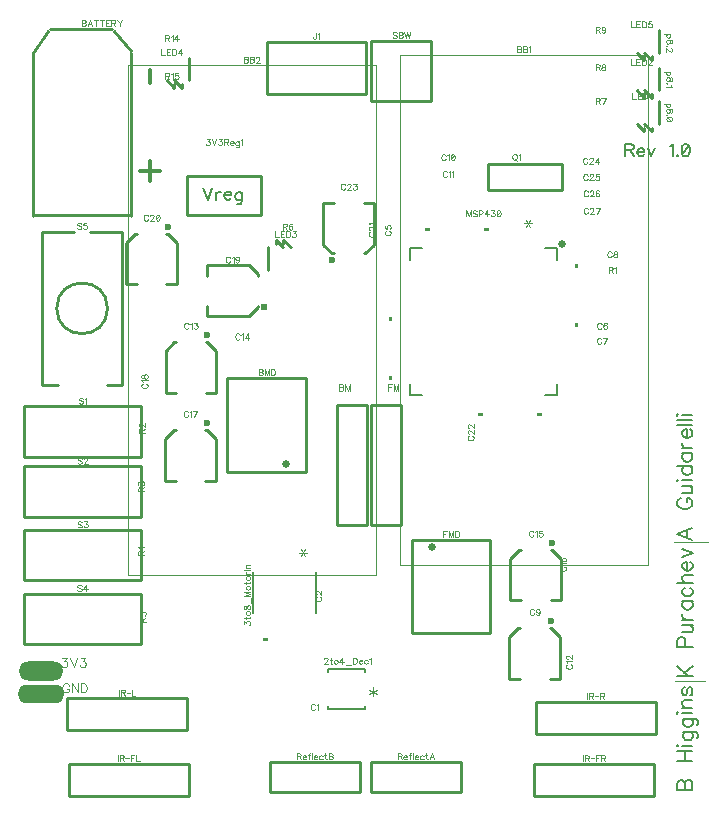
<source format=gbr>
G04 DipTrace 3.0.0.2*
G04 TopSilk.gbr*
%MOIN*%
G04 #@! TF.FileFunction,Legend,Top*
G04 #@! TF.Part,Single*
%ADD10C,0.009843*%
%ADD22C,0.025*%
%ADD23O,0.148965X0.063841*%
%ADD24O,0.155171X0.062954*%
%ADD25C,0.001312*%
%ADD26C,0.006*%
%ADD33C,0.000394*%
%ADD37C,0.024987*%
%ADD41C,0.023616*%
%ADD43C,0.023676*%
%ADD93C,0.003088*%
%ADD94C,0.00772*%
%ADD95C,0.004632*%
%ADD96C,0.012351*%
%ADD98C,0.006176*%
%ADD99C,0.003281*%
%FSLAX26Y26*%
G04*
G70*
G90*
G75*
G01*
G04 TopSilk*
%LPD*%
X1439291Y714090D2*
D26*
Y705095D1*
X1563287Y830088D2*
Y839097D1*
X1439291D1*
Y830088D1*
Y705095D2*
X1563287D1*
Y714090D1*
X1187927Y1162749D2*
Y1026724D1*
X1399927D2*
Y1162749D1*
G36*
X1237450Y930735D2*
X1222440D1*
Y940737D1*
X1237450D1*
Y930735D1*
G37*
X968136Y2481128D2*
D10*
X1215521D1*
Y2350763D1*
X968136D1*
Y2481128D1*
X778678Y2350683D2*
X458710D1*
X718681Y2972933D2*
X512457D1*
X781187Y2891683D2*
Y2347933D1*
X456201D2*
Y2891683D1*
X781187Y2897933D2*
X724932Y2966683D1*
X456201Y2891683D2*
X506206Y2966683D1*
X1678723Y2885484D2*
D33*
X2503540D1*
Y1186021D1*
X1678723D1*
Y2885484D1*
X772033Y2851357D2*
X1596849D1*
Y1151893D1*
X772033D1*
Y2851357D1*
X1468696Y1318683D2*
D10*
X1568701D1*
Y1718719D1*
X1468696D1*
Y1318683D1*
X1103132Y1496780D2*
X1365601D1*
Y1809280D1*
X1103132D1*
Y1496780D1*
D37*
X1296869Y1521780D3*
X2212126Y806521D2*
D10*
X2176694Y806497D1*
X2212126Y806521D2*
Y946219D1*
X2182602Y975778D2*
X2212126Y946219D1*
X2182602Y975778D2*
X2176694Y975802D1*
X2078268Y806497D2*
X2042835Y806521D1*
Y946219D1*
X2072359Y975778D2*
X2042835Y946219D1*
X2078268Y975802D2*
X2072359Y975778D1*
D41*
X2182610Y997430D3*
X1066146Y1760147D2*
D10*
X1030713Y1760123D1*
X1066146Y1760147D2*
Y1899845D1*
X1036621Y1929404D2*
X1066146Y1899845D1*
X1036621Y1929404D2*
X1030713Y1929428D1*
X932287Y1760123D2*
X896855Y1760147D1*
Y1899845D1*
X926379Y1929404D2*
X896855Y1899845D1*
X932287Y1929428D2*
X926379Y1929404D1*
D41*
X1036630Y1951056D3*
X2215847Y1067586D2*
D10*
X2180414Y1067562D1*
X2215847Y1067586D2*
Y1207283D1*
X2186322Y1236843D2*
X2215847Y1207283D1*
X2186322Y1236843D2*
X2180414Y1236866D1*
X2081988Y1067562D2*
X2046555Y1067586D1*
Y1207283D1*
X2076080Y1236843D2*
X2046555Y1207283D1*
X2081988Y1236866D2*
X2076080Y1236843D1*
D41*
X2186331Y1258494D3*
X1064631Y1466666D2*
D10*
X1029199Y1466642D1*
X1064631Y1466666D2*
Y1606363D1*
X1035107Y1635923D2*
X1064631Y1606363D1*
X1035107Y1635923D2*
X1029199Y1635947D1*
X930773Y1466642D2*
X895340Y1466666D1*
Y1606363D1*
X924865Y1635923D2*
X895340Y1606363D1*
X930773Y1635947D2*
X924865Y1635923D1*
D41*
X1035116Y1657574D3*
X1035380Y2015055D2*
D10*
X1035356Y2050488D1*
X1035380Y2015055D2*
X1175077D1*
X1204637Y2044580D2*
X1175077Y2015055D1*
X1204637Y2044580D2*
X1204660Y2050488D1*
X1035356Y2148914D2*
X1035380Y2184347D1*
X1175077D1*
X1204637Y2154822D2*
X1175077Y2184347D1*
X1204660Y2148914D2*
X1204637Y2154822D1*
D43*
X1226288Y2044571D3*
X935335Y2120944D2*
D10*
X899902Y2120920D1*
X935335Y2120944D2*
Y2260642D1*
X905810Y2290201D2*
X935335Y2260642D1*
X905810Y2290201D2*
X899902Y2290225D1*
X801476Y2120920D2*
X766044Y2120944D1*
Y2260642D1*
X795568Y2290201D2*
X766044Y2260642D1*
X801476Y2290225D2*
X795568Y2290201D1*
D41*
X905819Y2311852D3*
X1423259Y2393555D2*
D10*
X1458691Y2393579D1*
X1423259Y2393555D2*
Y2253857D1*
X1452783Y2224298D2*
X1423259Y2253857D1*
X1452783Y2224298D2*
X1458691Y2224274D1*
X1557117Y2393579D2*
X1592550Y2393555D1*
Y2253857D1*
X1563026Y2224298D2*
X1592550Y2253857D1*
X1557117Y2224274D2*
X1563026Y2224298D1*
D41*
X1452775Y2202647D3*
X1681206Y1718719D2*
D10*
X1581201D1*
Y1318683D1*
X1681206D1*
Y1718719D1*
X1979857Y1270307D2*
X1717388D1*
Y957807D1*
X1979857D1*
Y1270307D1*
D37*
X1786120Y1245307D3*
X973780Y416381D2*
D10*
X573798D1*
Y522635D1*
X973780D1*
Y416381D1*
X2525613Y415453D2*
X2125631D1*
Y521708D1*
X2525613D1*
Y415453D1*
X968683Y635126D2*
X568701D1*
Y741381D1*
X968683D1*
Y635126D1*
X2531183Y623702D2*
X2131201D1*
Y729957D1*
X2531183D1*
Y623702D1*
X1564217Y2756836D2*
X1233508D1*
Y2930065D1*
X1564217D1*
Y2756836D1*
X2542444Y2655865D2*
Y2730865D1*
X2517438Y2630865D2*
X2492444Y2655865D1*
Y2630865D2*
X2467438Y2655865D1*
X2517438Y2643365D2*
Y2630865D1*
X2492444Y2643365D2*
Y2630865D1*
X2542444Y2768365D2*
Y2843365D1*
X2517438Y2743365D2*
X2492444Y2768365D1*
Y2743365D2*
X2467438Y2768365D1*
X2517438Y2755865D2*
Y2743365D1*
X2492444Y2755865D2*
Y2743365D1*
X1238750Y2244374D2*
Y2169374D1*
X1263755Y2269374D2*
X1288750Y2244374D1*
Y2269374D2*
X1313755Y2244374D1*
X1263755Y2256874D2*
Y2269374D1*
X1288750Y2256874D2*
Y2269374D1*
X976284Y2801837D2*
Y2876837D1*
X951278Y2776837D2*
X926284Y2801837D1*
Y2776837D2*
X901278Y2801837D1*
X951278Y2789337D2*
Y2776837D1*
X926284Y2789337D2*
Y2776837D1*
X2542444Y2893365D2*
Y2968365D1*
X2517438Y2868365D2*
X2492444Y2893365D1*
Y2868365D2*
X2467438Y2893365D1*
X2517438Y2880865D2*
Y2868365D1*
X2492444Y2880865D2*
Y2868365D1*
X2201662Y2201734D2*
D26*
Y2240708D1*
X2162663Y1750703D2*
X2201662D1*
X1711724Y1789677D2*
Y1750703D1*
Y2240708D2*
Y2201734D1*
Y1750703D2*
X1750724D1*
X2201662D2*
Y1789677D1*
Y2240708D2*
X2162663D1*
X1750724D2*
X1711724D1*
G36*
X1974061Y2309209D2*
X1959013D1*
Y2299170D1*
X1974061D1*
Y2309209D1*
G37*
G36*
X1777183D2*
X1762198D1*
Y2299170D1*
X1777183D1*
Y2309209D1*
G37*
G36*
X1653162Y2013028D2*
X1643193D1*
Y1998068D1*
X1653162D1*
Y2013028D1*
G37*
G36*
Y1816186D2*
X1643193D1*
Y1801226D1*
X1653162D1*
Y1816186D1*
G37*
G36*
X1954373Y1682202D2*
X1939325D1*
Y1692175D1*
X1954373D1*
Y1682202D1*
G37*
G36*
X2151189D2*
X2136203D1*
Y1692175D1*
X2151189D1*
Y1682202D1*
G37*
G36*
X2260224Y1993343D2*
X2270193D1*
Y1978383D1*
X2260224D1*
Y1993343D1*
G37*
G36*
Y2190186D2*
X2270193D1*
Y2175226D1*
X2260224D1*
Y2190186D1*
G37*
X2216832Y2437072D2*
D10*
X1972117D1*
Y2521445D1*
X2216832D1*
Y2437072D1*
X1881182Y428449D2*
X1581220D1*
Y528454D1*
X1881182D1*
Y428449D1*
X1543682D2*
X1243720D1*
Y528454D1*
X1543682D1*
Y428449D1*
X426088Y1714098D2*
X814508D1*
Y1547021D1*
X426088D1*
Y1714098D1*
Y1514098D2*
X814508D1*
Y1347021D1*
X426088D1*
Y1514098D1*
Y1301598D2*
X814508D1*
Y1134521D1*
X426088D1*
Y1301598D1*
Y1089098D2*
X814508D1*
Y922021D1*
X426088D1*
Y1089098D1*
X484843Y2297146D2*
X591153D1*
X534049Y2041240D2*
G02X534049Y2041240I84652J0D01*
G01*
X539966Y1785335D2*
X484843D1*
Y1789276D2*
Y2297146D1*
X646249D2*
X752559D1*
Y1785335D1*
X701372D1*
X1583347Y2732921D2*
Y2932921D1*
X1783347Y2732921D2*
X1583347D1*
X1783347Y2932921D2*
X1583347D1*
X1783347Y2732921D2*
Y2932921D1*
D22*
X2218701Y2256201D3*
D23*
X482433Y831207D3*
D24*
X480215Y756282D3*
X2593701Y799717D2*
D25*
X2693701D1*
X2593003Y1263393D2*
X2705503D1*
X1425535Y871689D2*
D93*
Y872640D1*
X1426486Y874563D1*
X1427436Y875514D1*
X1429360Y876464D1*
X1433184D1*
X1435086Y875514D1*
X1436036Y874563D1*
X1437009Y872640D1*
Y870738D1*
X1436036Y868815D1*
X1434135Y865963D1*
X1424562Y856390D1*
X1437960D1*
X1447009Y876486D2*
Y860215D1*
X1447960Y857363D1*
X1449883Y856390D1*
X1451785D1*
X1444135Y869788D2*
X1450834D1*
X1462736D2*
X1460834Y868837D1*
X1458911Y866914D1*
X1457960Y864040D1*
Y862138D1*
X1458911Y859264D1*
X1460834Y857363D1*
X1462736Y856390D1*
X1465610D1*
X1467533Y857363D1*
X1469434Y859264D1*
X1470407Y862138D1*
Y864040D1*
X1469434Y866914D1*
X1467533Y868837D1*
X1465610Y869788D1*
X1462736D1*
X1486156Y856390D2*
Y876464D1*
X1476583Y863089D1*
X1490931D1*
X1497107Y853074D2*
X1515279D1*
X1521455Y876486D2*
Y856390D1*
X1528154D1*
X1531028Y857363D1*
X1532951Y859264D1*
X1533902Y861188D1*
X1534852Y864040D1*
Y868837D1*
X1533902Y871711D1*
X1532951Y873612D1*
X1531028Y875536D1*
X1528154Y876486D1*
X1521455D1*
X1541028Y864040D2*
X1552502D1*
Y865963D1*
X1551551Y867886D1*
X1550601Y868837D1*
X1548677Y869788D1*
X1545803D1*
X1543902Y868837D1*
X1541979Y866914D1*
X1541028Y864040D1*
Y862138D1*
X1541979Y859264D1*
X1543902Y857363D1*
X1545803Y856390D1*
X1548677D1*
X1550601Y857363D1*
X1552502Y859264D1*
X1570174Y866914D2*
X1568250Y868837D1*
X1566327Y869788D1*
X1563475D1*
X1561552Y868837D1*
X1559650Y866914D1*
X1558678Y864040D1*
Y862138D1*
X1559650Y859264D1*
X1561552Y857363D1*
X1563475Y856390D1*
X1566327D1*
X1568250Y857363D1*
X1570174Y859264D1*
X1576349Y872640D2*
X1578273Y873612D1*
X1581147Y876464D1*
Y856390D1*
X1158660Y987974D2*
Y998475D1*
X1166309Y992749D1*
Y995623D1*
X1167260Y997524D1*
X1168210Y998475D1*
X1171084Y999448D1*
X1172986D1*
X1175860Y998475D1*
X1177783Y996574D1*
X1178734Y993700D1*
Y990826D1*
X1177783Y987974D1*
X1176810Y987023D1*
X1174909Y986051D1*
X1158638Y1008498D2*
X1174909Y1008497D1*
X1177761Y1009448D1*
X1178734Y1011371D1*
Y1013273D1*
X1165336Y1005623D2*
Y1012322D1*
Y1024224D2*
X1166287Y1022322D1*
X1168210Y1020399D1*
X1171084Y1019448D1*
X1172986D1*
X1175860Y1020399D1*
X1177761Y1022322D1*
X1178734Y1024224D1*
Y1027098D1*
X1177761Y1029021D1*
X1175860Y1030922D1*
X1172985Y1031895D1*
X1171084D1*
X1168210Y1030922D1*
X1166287Y1029021D1*
X1165336Y1027098D1*
Y1024224D1*
X1158660Y1042846D2*
X1159610Y1039994D1*
X1161512Y1039021D1*
X1163435D1*
X1165336Y1039994D1*
X1166309Y1041895D1*
X1167260Y1045720D1*
X1168210Y1048594D1*
X1170134Y1050495D1*
X1172035Y1051446D1*
X1174909D1*
X1176810Y1050495D1*
X1177783Y1049545D1*
X1178734Y1046671D1*
Y1042846D1*
X1177783Y1039994D1*
X1176810Y1039021D1*
X1174909Y1038071D1*
X1172035D1*
X1170134Y1039021D1*
X1168210Y1040945D1*
X1167260Y1043797D1*
X1166309Y1047621D1*
X1165336Y1049545D1*
X1163435Y1050495D1*
X1161512D1*
X1159610Y1049545D1*
X1158660Y1046671D1*
Y1042846D1*
X1182050Y1057622D2*
Y1075794D1*
X1178734Y1097269D2*
X1158638D1*
X1178734Y1089619D1*
X1158638Y1081970D1*
X1178734D1*
X1165336Y1108220D2*
X1166287Y1106318D1*
X1168210Y1104395D1*
X1171084Y1103444D1*
X1172985D1*
X1175859Y1104395D1*
X1177761Y1106318D1*
X1178734Y1108220D1*
Y1111094D1*
X1177761Y1113017D1*
X1175859Y1114918D1*
X1172985Y1115891D1*
X1171084D1*
X1168210Y1114918D1*
X1166287Y1113017D1*
X1165336Y1111094D1*
Y1108220D1*
X1158638Y1124941D2*
X1174909D1*
X1177761Y1125891D1*
X1178734Y1127815D1*
Y1129716D1*
X1165336Y1122067D2*
Y1128765D1*
Y1140667D2*
X1166287Y1138766D1*
X1168210Y1136842D1*
X1171084Y1135892D1*
X1172985D1*
X1175859Y1136842D1*
X1177761Y1138766D1*
X1178734Y1140667D1*
Y1143541D1*
X1177761Y1145464D1*
X1175859Y1147366D1*
X1172985Y1148338D1*
X1171084D1*
X1168210Y1147366D1*
X1166287Y1145464D1*
X1165336Y1143541D1*
Y1140667D1*
Y1154514D2*
X1178733D1*
X1171084D2*
X1168210Y1155487D1*
X1166287Y1157388D1*
X1165336Y1159312D1*
Y1162186D1*
X1158638Y1168361D2*
X1178733D1*
X1165336Y1174537D2*
X1178733D1*
X1169161D2*
X1166287Y1177411D1*
X1165336Y1179334D1*
Y1182186D1*
X1166287Y1184110D1*
X1169161Y1185060D1*
X1178733D1*
X1033607Y2605410D2*
X1044108D1*
X1038382Y2597761D1*
X1041256D1*
X1043157Y2596810D1*
X1044108Y2595860D1*
X1045081Y2592986D1*
Y2591085D1*
X1044108Y2588211D1*
X1042207Y2586287D1*
X1039333Y2585336D1*
X1036459D1*
X1033607Y2586287D1*
X1032656Y2587260D1*
X1031683Y2589161D1*
X1051256Y2605432D2*
X1058906Y2585336D1*
X1066555Y2605432D1*
X1074654Y2605410D2*
X1085155D1*
X1079429Y2597761D1*
X1082303D1*
X1084205Y2596810D1*
X1085155Y2595860D1*
X1086128Y2592986D1*
Y2591085D1*
X1085155Y2588211D1*
X1083254Y2586287D1*
X1080380Y2585336D1*
X1077506D1*
X1074654Y2586287D1*
X1073703Y2587260D1*
X1072731Y2589161D1*
X1092304Y2595860D2*
X1100904D1*
X1103778Y2596833D1*
X1104750Y2597783D1*
X1105701Y2599684D1*
Y2601608D1*
X1104750Y2603509D1*
X1103778Y2604482D1*
X1100904Y2605432D1*
X1092304D1*
Y2585336D1*
X1099002Y2595860D2*
X1105701Y2585336D1*
X1111877Y2592986D2*
X1123351D1*
Y2594909D1*
X1122400Y2596833D1*
X1121449Y2597783D1*
X1119526Y2598734D1*
X1116652D1*
X1114751Y2597783D1*
X1112827Y2595860D1*
X1111877Y2592986D1*
Y2591085D1*
X1112827Y2588211D1*
X1114751Y2586309D1*
X1116652Y2585336D1*
X1119526D1*
X1121449Y2586309D1*
X1123351Y2588211D1*
X1141000Y2597783D2*
Y2582462D1*
X1140050Y2579611D1*
X1139099Y2578638D1*
X1137176Y2577687D1*
X1134302D1*
X1132400Y2578638D1*
X1141000Y2594909D2*
X1139099Y2596810D1*
X1137176Y2597783D1*
X1134302D1*
X1132400Y2596810D1*
X1130477Y2594909D1*
X1129526Y2592035D1*
Y2590112D1*
X1130477Y2587260D1*
X1132400Y2585336D1*
X1134302Y2584386D1*
X1137176D1*
X1139099Y2585336D1*
X1141000Y2587260D1*
X1147176Y2601586D2*
X1149099Y2602558D1*
X1151973Y2605410D1*
Y2585336D1*
X617482Y3002223D2*
Y2982127D1*
X626104D1*
X628978Y2983099D1*
X629929Y2984050D1*
X630879Y2985951D1*
Y2988825D1*
X629929Y2990749D1*
X628978Y2991699D1*
X626104Y2992650D1*
X628978Y2993623D1*
X629929Y2994573D1*
X630879Y2996474D1*
Y2998398D1*
X629929Y3000299D1*
X628978Y3001272D1*
X626104Y3002223D1*
X617482D1*
Y2992650D2*
X626104D1*
X652376Y2982127D2*
X644704Y3002223D1*
X637055Y2982127D1*
X639929Y2988825D2*
X649502D1*
X665250Y3002223D2*
Y2982127D1*
X658551Y3002223D2*
X671949D1*
X684823D2*
Y2982127D1*
X678124Y3002223D2*
X691522D1*
X710122D2*
X697697D1*
Y2982127D1*
X710122D1*
X697697Y2992650D2*
X705347D1*
X716298D2*
X724898D1*
X727772Y2993623D1*
X728744Y2994573D1*
X729695Y2996474D1*
Y2998398D1*
X728744Y3000299D1*
X727772Y3001272D1*
X724898Y3002223D1*
X716298D1*
Y2982127D1*
X722996Y2992650D2*
X729695Y2982127D1*
X735871Y3002223D2*
X743520Y2992650D1*
Y2982127D1*
X751169Y3002223D2*
X743520Y2992650D1*
X2069160Y2914773D2*
Y2894677D1*
X2077782D1*
X2080656Y2895650D1*
X2081606Y2896600D1*
X2082557Y2898502D1*
Y2901376D1*
X2081606Y2903299D1*
X2080656Y2904250D1*
X2077782Y2905200D1*
X2080656Y2906173D1*
X2081606Y2907124D1*
X2082557Y2909025D1*
Y2910948D1*
X2081606Y2912850D1*
X2080656Y2913822D1*
X2077782Y2914773D1*
X2069160D1*
Y2905200D2*
X2077782D1*
X2088733Y2914773D2*
Y2894677D1*
X2097355D1*
X2100229Y2895650D1*
X2101179Y2896600D1*
X2102130Y2898502D1*
Y2901376D1*
X2101179Y2903299D1*
X2100229Y2904250D1*
X2097355Y2905200D1*
X2100229Y2906173D1*
X2101179Y2907124D1*
X2102130Y2909025D1*
Y2910948D1*
X2101179Y2912850D1*
X2100229Y2913822D1*
X2097355Y2914773D1*
X2088733D1*
Y2905200D2*
X2097355D1*
X2108306Y2910926D2*
X2110229Y2911899D1*
X2113103Y2914751D1*
Y2894677D1*
X1158169Y2880646D2*
Y2860550D1*
X1166792D1*
X1169666Y2861522D1*
X1170616Y2862473D1*
X1171567Y2864374D1*
Y2867248D1*
X1170616Y2869172D1*
X1169666Y2870122D1*
X1166792Y2871073D1*
X1169666Y2872046D1*
X1170616Y2872996D1*
X1171567Y2874898D1*
Y2876821D1*
X1170616Y2878722D1*
X1169666Y2879695D1*
X1166792Y2880646D1*
X1158169D1*
Y2871073D2*
X1166792D1*
X1177742Y2880646D2*
Y2860550D1*
X1186365D1*
X1189239Y2861522D1*
X1190189Y2862473D1*
X1191140Y2864374D1*
Y2867248D1*
X1190189Y2869172D1*
X1189239Y2870122D1*
X1186365Y2871073D1*
X1189239Y2872046D1*
X1190189Y2872996D1*
X1191140Y2874898D1*
Y2876821D1*
X1190189Y2878722D1*
X1189239Y2879695D1*
X1186365Y2880646D1*
X1177742D1*
Y2871073D2*
X1186365D1*
X1198288Y2875848D2*
Y2876799D1*
X1199239Y2878722D1*
X1200190Y2879673D1*
X1202113Y2880624D1*
X1205938D1*
X1207839Y2879673D1*
X1208789Y2878722D1*
X1209762Y2876799D1*
Y2874898D1*
X1208789Y2872974D1*
X1206888Y2870122D1*
X1197316Y2860550D1*
X1210713D1*
X1476265Y1787360D2*
Y1767264D1*
X1484887D1*
X1487761Y1768237D1*
X1488712Y1769188D1*
X1489663Y1771089D1*
Y1773963D1*
X1488712Y1775886D1*
X1487761Y1776837D1*
X1484887Y1777788D1*
X1487761Y1778760D1*
X1488712Y1779711D1*
X1489663Y1781612D1*
Y1783536D1*
X1488712Y1785437D1*
X1487761Y1786410D1*
X1484887Y1787360D1*
X1476265D1*
Y1777788D2*
X1484887D1*
X1511137Y1767264D2*
Y1787360D1*
X1503488Y1767264D1*
X1495838Y1787360D1*
Y1767264D1*
X1207144Y1838570D2*
Y1818474D1*
X1215766D1*
X1218640Y1819446D1*
X1219591Y1820397D1*
X1220541Y1822298D1*
Y1825172D1*
X1219591Y1827096D1*
X1218640Y1828046D1*
X1215766Y1828997D1*
X1218640Y1829970D1*
X1219591Y1830920D1*
X1220541Y1832822D1*
Y1834745D1*
X1219591Y1836646D1*
X1218640Y1837619D1*
X1215766Y1838570D1*
X1207144D1*
Y1828997D2*
X1215766D1*
X1242016Y1818474D2*
Y1838570D1*
X1234366Y1818474D1*
X1226717Y1838570D1*
Y1818474D1*
X1248191Y1838570D2*
Y1818474D1*
X1254890D1*
X1257764Y1819446D1*
X1259687Y1821348D1*
X1260638Y1823271D1*
X1261589Y1826123D1*
Y1830920D1*
X1260638Y1833794D1*
X1259687Y1835696D1*
X1257764Y1837619D1*
X1254890Y1838570D1*
X1248191D1*
X1395220Y717435D2*
X1394270Y719337D1*
X1392346Y721260D1*
X1390445Y722211D1*
X1386621D1*
X1384697Y721260D1*
X1382796Y719337D1*
X1381823Y717435D1*
X1380872Y714561D1*
Y709764D1*
X1381823Y706912D1*
X1382796Y704989D1*
X1384697Y703087D1*
X1386621Y702115D1*
X1390445D1*
X1392346Y703087D1*
X1394270Y704989D1*
X1395220Y706912D1*
X1401396Y718364D2*
X1403320Y719337D1*
X1406194Y722189D1*
Y702115D1*
X1401355Y1080476D2*
X1399454Y1079525D1*
X1397530Y1077602D1*
X1396580Y1075700D1*
Y1071876D1*
X1397530Y1069952D1*
X1399454Y1068051D1*
X1401355Y1067078D1*
X1404229Y1066128D1*
X1409026D1*
X1411878Y1067078D1*
X1413802Y1068051D1*
X1415703Y1069952D1*
X1416676Y1071876D1*
Y1075700D1*
X1415703Y1077602D1*
X1413802Y1079525D1*
X1411878Y1080476D1*
X1401377Y1087624D2*
X1400427D1*
X1398503Y1088575D1*
X1397553Y1089525D1*
X1396602Y1091449D1*
Y1095273D1*
X1397553Y1097175D1*
X1398503Y1098125D1*
X1400427Y1099098D1*
X1402328D1*
X1404251Y1098125D1*
X1407103Y1096224D1*
X1416676Y1086651D1*
Y1100049D1*
X1631959Y2299565D2*
X1630057Y2298614D1*
X1628134Y2296691D1*
X1627183Y2294790D1*
Y2290965D1*
X1628134Y2289042D1*
X1630057Y2287140D1*
X1631959Y2286168D1*
X1634833Y2285217D1*
X1639630D1*
X1642482Y2286168D1*
X1644405Y2287140D1*
X1646307Y2289042D1*
X1647279Y2290965D1*
Y2294790D1*
X1646307Y2296691D1*
X1644405Y2298614D1*
X1642482Y2299565D1*
X1627206Y2317215D2*
Y2307664D1*
X1635806Y2306713D1*
X1634855Y2307664D1*
X1633882Y2310538D1*
Y2313390D1*
X1634855Y2316264D1*
X1636756Y2318187D1*
X1639630Y2319138D1*
X1641531D1*
X1644405Y2318187D1*
X1646329Y2316264D1*
X1647279Y2313390D1*
Y2310538D1*
X1646329Y2307664D1*
X1645356Y2306713D1*
X1643455Y2305741D1*
X2350039Y1987900D2*
X2349089Y1989801D1*
X2347165Y1991725D1*
X2345264Y1992675D1*
X2341439D1*
X2339516Y1991725D1*
X2337615Y1989801D1*
X2336642Y1987900D1*
X2335691Y1985026D1*
Y1980229D1*
X2336642Y1977377D1*
X2337615Y1975453D1*
X2339516Y1973552D1*
X2341439Y1972579D1*
X2345264D1*
X2347165Y1973552D1*
X2349089Y1975453D1*
X2350039Y1977377D1*
X2367689Y1989801D2*
X2366738Y1991703D1*
X2363864Y1992653D1*
X2361963D1*
X2359089Y1991703D1*
X2357166Y1988829D1*
X2356215Y1984053D1*
Y1979278D1*
X2357166Y1975453D1*
X2359089Y1973530D1*
X2361963Y1972579D1*
X2362914D1*
X2365766Y1973530D1*
X2367689Y1975453D1*
X2368640Y1978327D1*
Y1979278D1*
X2367689Y1982152D1*
X2365766Y1984053D1*
X2362914Y1985004D1*
X2361963D1*
X2359089Y1984053D1*
X2357166Y1982152D1*
X2356215Y1979278D1*
X2349553Y1937900D2*
X2348602Y1939801D1*
X2346679Y1941725D1*
X2344778Y1942675D1*
X2340953D1*
X2339030Y1941725D1*
X2337128Y1939801D1*
X2336156Y1937900D1*
X2335205Y1935026D1*
Y1930229D1*
X2336156Y1927377D1*
X2337128Y1925453D1*
X2339030Y1923552D1*
X2340953Y1922579D1*
X2344778D1*
X2346679Y1923552D1*
X2348602Y1925453D1*
X2349553Y1927377D1*
X2359553Y1922579D2*
X2369126Y1942653D1*
X2355729D1*
X2383678Y2226614D2*
X2382728Y2228515D1*
X2380804Y2230439D1*
X2378903Y2231389D1*
X2375078D1*
X2373155Y2230439D1*
X2371254Y2228515D1*
X2370281Y2226614D1*
X2369330Y2223740D1*
Y2218942D1*
X2370281Y2216091D1*
X2371254Y2214167D1*
X2373155Y2212266D1*
X2375078Y2211293D1*
X2378903D1*
X2380804Y2212266D1*
X2382728Y2214167D1*
X2383678Y2216091D1*
X2394629Y2231367D2*
X2391777Y2230416D1*
X2390805Y2228515D1*
Y2226592D1*
X2391777Y2224691D1*
X2393679Y2223718D1*
X2397503Y2222767D1*
X2400377Y2221816D1*
X2402279Y2219893D1*
X2403229Y2217992D1*
Y2215118D1*
X2402279Y2213217D1*
X2401328Y2212244D1*
X2398454Y2211293D1*
X2394629D1*
X2391777Y2212244D1*
X2390805Y2213217D1*
X2389854Y2215118D1*
Y2217992D1*
X2390805Y2219893D1*
X2392728Y2221816D1*
X2395580Y2222767D1*
X2399405Y2223718D1*
X2401328Y2224691D1*
X2402279Y2226592D1*
Y2228515D1*
X2401328Y2230416D1*
X2398454Y2231367D1*
X2394629D1*
X2125343Y1034758D2*
X2124393Y1036660D1*
X2122469Y1038583D1*
X2120568Y1039534D1*
X2116743D1*
X2114820Y1038583D1*
X2112919Y1036660D1*
X2111946Y1034758D1*
X2110995Y1031884D1*
Y1027087D1*
X2111946Y1024235D1*
X2112919Y1022312D1*
X2114820Y1020410D1*
X2116743Y1019438D1*
X2120568D1*
X2122469Y1020410D1*
X2124393Y1022312D1*
X2125343Y1024235D1*
X2143966Y1032835D2*
X2142993Y1029961D1*
X2141092Y1028037D1*
X2138218Y1027087D1*
X2137267D1*
X2134393Y1028037D1*
X2132492Y1029961D1*
X2131519Y1032835D1*
Y1033786D1*
X2132492Y1036660D1*
X2134393Y1038561D1*
X2137267Y1039511D1*
X2138218D1*
X2141092Y1038561D1*
X2142993Y1036660D1*
X2143966Y1032835D1*
Y1028037D1*
X2142993Y1023262D1*
X2141092Y1020388D1*
X2138218Y1019438D1*
X2136316D1*
X2133442Y1020388D1*
X2132492Y1022312D1*
X1830370Y2550013D2*
X1829419Y2551914D1*
X1827496Y2553837D1*
X1825594Y2554788D1*
X1821770D1*
X1819846Y2553837D1*
X1817945Y2551914D1*
X1816972Y2550013D1*
X1816022Y2547139D1*
Y2542341D1*
X1816972Y2539490D1*
X1817945Y2537566D1*
X1819846Y2535665D1*
X1821770Y2534692D1*
X1825594D1*
X1827496Y2535665D1*
X1829419Y2537566D1*
X1830370Y2539490D1*
X1836545Y2550941D2*
X1838469Y2551914D1*
X1841343Y2554766D1*
Y2534692D1*
X1853266Y2554766D2*
X1850392Y2553815D1*
X1848469Y2550941D1*
X1847518Y2546166D1*
Y2543292D1*
X1848469Y2538517D1*
X1850392Y2535643D1*
X1853266Y2534692D1*
X1855168D1*
X1858042Y2535643D1*
X1859943Y2538517D1*
X1860916Y2543292D1*
Y2546166D1*
X1859943Y2550941D1*
X1858042Y2553815D1*
X1855168Y2554766D1*
X1853266D1*
X1859943Y2550941D2*
X1848469Y2538517D1*
X1834462Y2494300D2*
X1833512Y2496202D1*
X1831588Y2498125D1*
X1829687Y2499076D1*
X1825862D1*
X1823939Y2498125D1*
X1822038Y2496202D1*
X1821065Y2494300D1*
X1820114Y2491426D1*
Y2486629D1*
X1821065Y2483777D1*
X1822038Y2481854D1*
X1823939Y2479952D1*
X1825862Y2478980D1*
X1829687D1*
X1831588Y2479952D1*
X1833512Y2481854D1*
X1834462Y2483777D1*
X1840638Y2495229D2*
X1842561Y2496202D1*
X1845435Y2499053D1*
Y2478980D1*
X1851611Y2495229D2*
X1853534Y2496202D1*
X1856408Y2499053D1*
Y2478980D1*
X2237002Y854214D2*
X2235101Y853263D1*
X2233177Y851340D1*
X2232227Y849438D1*
Y845614D1*
X2233177Y843690D1*
X2235101Y841789D1*
X2237002Y840816D1*
X2239876Y839866D1*
X2244673D1*
X2247525Y840816D1*
X2249449Y841789D1*
X2251350Y843690D1*
X2252323Y845614D1*
Y849438D1*
X2251350Y851340D1*
X2249449Y853263D1*
X2247525Y854214D1*
X2236074Y860389D2*
X2235101Y862313D1*
X2232249Y865187D1*
X2252323D1*
X2237024Y872335D2*
X2236074D1*
X2234150Y873286D1*
X2233200Y874236D1*
X2232249Y876160D1*
Y879984D1*
X2233200Y881886D1*
X2234150Y882836D1*
X2236074Y883809D1*
X2237975D1*
X2239898Y882836D1*
X2242750Y880935D1*
X2252323Y871362D1*
Y884760D1*
X973401Y1988384D2*
X972450Y1990286D1*
X970527Y1992209D1*
X968626Y1993160D1*
X964801D1*
X962878Y1992209D1*
X960977Y1990286D1*
X960004Y1988384D1*
X959053Y1985510D1*
Y1980713D1*
X960004Y1977861D1*
X960977Y1975938D1*
X962878Y1974036D1*
X964801Y1973064D1*
X968626D1*
X970527Y1974036D1*
X972450Y1975938D1*
X973401Y1977861D1*
X979577Y1989313D2*
X981500Y1990286D1*
X984374Y1993137D1*
Y1973064D1*
X992473Y1993137D2*
X1002975D1*
X997249Y1985488D1*
X1000123D1*
X1002024Y1984537D1*
X1002975Y1983587D1*
X1003947Y1980713D1*
Y1978812D1*
X1002975Y1975938D1*
X1001073Y1974014D1*
X998199Y1973064D1*
X995325D1*
X992473Y1974014D1*
X991523Y1974987D1*
X990550Y1976888D1*
X1143469Y1952610D2*
X1142518Y1954511D1*
X1140595Y1956435D1*
X1138694Y1957385D1*
X1134869D1*
X1132946Y1956435D1*
X1131045Y1954511D1*
X1130072Y1952610D1*
X1129121Y1949736D1*
Y1944939D1*
X1130072Y1942087D1*
X1131045Y1940163D1*
X1132946Y1938262D1*
X1134869Y1937289D1*
X1138694D1*
X1140595Y1938262D1*
X1142518Y1940163D1*
X1143469Y1942087D1*
X1149645Y1953538D2*
X1151568Y1954511D1*
X1154442Y1957363D1*
Y1937289D1*
X1170191D2*
Y1957363D1*
X1160618Y1943988D1*
X1174966D1*
X2123102Y1295823D2*
X2122151Y1297724D1*
X2120228Y1299647D1*
X2118327Y1300598D1*
X2114502D1*
X2112579Y1299647D1*
X2110677Y1297724D1*
X2109705Y1295823D1*
X2108754Y1292949D1*
Y1288151D1*
X2109705Y1285299D1*
X2110677Y1283376D1*
X2112579Y1281475D1*
X2114502Y1280502D1*
X2118327D1*
X2120228Y1281475D1*
X2122151Y1283376D1*
X2123102Y1285299D1*
X2129278Y1296751D2*
X2131201Y1297724D1*
X2134075Y1300576D1*
Y1280502D1*
X2151725Y1300576D2*
X2142174D1*
X2141223Y1291976D1*
X2142174Y1292926D1*
X2145048Y1293899D1*
X2147900D1*
X2150774Y1292926D1*
X2152697Y1291025D1*
X2153648Y1288151D1*
Y1286250D1*
X2152697Y1283376D1*
X2150774Y1281452D1*
X2147900Y1280502D1*
X2145048D1*
X2142174Y1281452D1*
X2141223Y1282425D1*
X2140251Y1284326D1*
X2215919Y1180359D2*
X2214018Y1179408D1*
X2212095Y1177485D1*
X2211144Y1175583D1*
Y1171759D1*
X2212095Y1169835D1*
X2214018Y1167934D1*
X2215919Y1166961D1*
X2218793Y1166011D1*
X2223591D1*
X2226443Y1166961D1*
X2228366Y1167934D1*
X2230267Y1169835D1*
X2231240Y1171759D1*
Y1175583D1*
X2230267Y1177485D1*
X2228366Y1179408D1*
X2226443Y1180359D1*
X2214991Y1186534D2*
X2214018Y1188458D1*
X2211166Y1191332D1*
X2231240D1*
X2214018Y1208981D2*
X2212117Y1208031D1*
X2211166Y1205157D1*
Y1203256D1*
X2212117Y1200381D1*
X2214991Y1198458D1*
X2219766Y1197507D1*
X2224541D1*
X2228366Y1198458D1*
X2230289Y1200381D1*
X2231240Y1203255D1*
Y1204206D1*
X2230289Y1207058D1*
X2228366Y1208981D1*
X2225492Y1209932D1*
X2224541D1*
X2221667Y1208981D1*
X2219766Y1207058D1*
X2218816Y1204206D1*
Y1203255D1*
X2219766Y1200381D1*
X2221667Y1198458D1*
X2224541Y1197507D1*
X971887Y1694903D2*
X970936Y1696804D1*
X969013Y1698727D1*
X967111Y1699678D1*
X963287D1*
X961363Y1698727D1*
X959462Y1696804D1*
X958489Y1694903D1*
X957539Y1692029D1*
Y1687231D1*
X958489Y1684379D1*
X959462Y1682456D1*
X961363Y1680555D1*
X963287Y1679582D1*
X967111D1*
X969013Y1680555D1*
X970936Y1682456D1*
X971887Y1684379D1*
X978062Y1695831D2*
X979986Y1696804D1*
X982860Y1699656D1*
Y1679582D1*
X992860D2*
X1002433Y1699656D1*
X989035D1*
X821375Y1790159D2*
X819474Y1789208D1*
X817550Y1787285D1*
X816599Y1785384D1*
Y1781559D1*
X817550Y1779636D1*
X819473Y1777734D1*
X821375Y1776762D1*
X824249Y1775811D1*
X829046D1*
X831898Y1776762D1*
X833821Y1777734D1*
X835723Y1779636D1*
X836695Y1781559D1*
Y1785384D1*
X835723Y1787285D1*
X833821Y1789208D1*
X831898Y1790159D1*
X820446Y1796335D2*
X819474Y1798258D1*
X816622Y1801132D1*
X836695D1*
X816622Y1812083D2*
X817572Y1809231D1*
X819474Y1808258D1*
X821397D1*
X823298Y1809231D1*
X824271Y1811132D1*
X825222Y1814957D1*
X826172Y1817831D1*
X828096Y1819732D1*
X829997Y1820683D1*
X832871D1*
X834772Y1819732D1*
X835745Y1818782D1*
X836695Y1815908D1*
Y1812083D1*
X835745Y1809231D1*
X834772Y1808258D1*
X832871Y1807308D1*
X829997D1*
X828096Y1808258D1*
X826172Y1810182D1*
X825222Y1813034D1*
X824271Y1816858D1*
X823298Y1818782D1*
X821397Y1819732D1*
X819474D1*
X817572Y1818782D1*
X816622Y1815908D1*
Y1812083D1*
X1112384Y2208861D2*
X1111434Y2210762D1*
X1109510Y2212685D1*
X1107609Y2213636D1*
X1103784D1*
X1101861Y2212685D1*
X1099960Y2210762D1*
X1098987Y2208861D1*
X1098036Y2205987D1*
Y2201189D1*
X1098987Y2198337D1*
X1099960Y2196414D1*
X1101861Y2194513D1*
X1103784Y2193540D1*
X1107609D1*
X1109510Y2194513D1*
X1111434Y2196414D1*
X1112384Y2198337D1*
X1118560Y2209789D2*
X1120483Y2210762D1*
X1123357Y2213614D1*
Y2193540D1*
X1141980Y2206937D2*
X1141007Y2204063D1*
X1139106Y2202140D1*
X1136232Y2201189D1*
X1135281D1*
X1132407Y2202140D1*
X1130506Y2204063D1*
X1129533Y2206937D1*
Y2207888D1*
X1130506Y2210762D1*
X1132407Y2212663D1*
X1135281Y2213614D1*
X1136232D1*
X1139106Y2212663D1*
X1141007Y2210762D1*
X1141980Y2206937D1*
Y2202140D1*
X1141007Y2197365D1*
X1139106Y2194491D1*
X1136232Y2193540D1*
X1134331D1*
X1131456Y2194491D1*
X1130506Y2196414D1*
X838290Y2349181D2*
X837340Y2351082D1*
X835416Y2353005D1*
X833515Y2353956D1*
X829690D1*
X827767Y2353005D1*
X825866Y2351082D1*
X824893Y2349181D1*
X823942Y2346307D1*
Y2341509D1*
X824893Y2338658D1*
X825866Y2336734D1*
X827767Y2334833D1*
X829690Y2333860D1*
X833515D1*
X835416Y2334833D1*
X837340Y2336734D1*
X838290Y2338658D1*
X845439Y2349159D2*
Y2350109D1*
X846389Y2352033D1*
X847340Y2352983D1*
X849263Y2353934D1*
X853088D1*
X854989Y2352983D1*
X855940Y2352033D1*
X856913Y2350109D1*
Y2348208D1*
X855940Y2346285D1*
X854039Y2343433D1*
X844466Y2333860D1*
X857863D1*
X869787Y2353934D2*
X866913Y2352983D1*
X864990Y2350109D1*
X864039Y2345334D1*
Y2342460D1*
X864990Y2337685D1*
X866913Y2334811D1*
X869787Y2333860D1*
X871688D1*
X874562Y2334811D1*
X876463Y2337685D1*
X877436Y2342460D1*
Y2345334D1*
X876463Y2350109D1*
X874562Y2352983D1*
X871688Y2353934D1*
X869787D1*
X876463Y2350109D2*
X864990Y2337685D1*
X1578443Y2295008D2*
X1576542Y2294057D1*
X1574618Y2292134D1*
X1573668Y2290232D1*
Y2286408D1*
X1574618Y2284484D1*
X1576542Y2282583D1*
X1578443Y2281610D1*
X1581317Y2280660D1*
X1586114D1*
X1588966Y2281610D1*
X1590890Y2282583D1*
X1592791Y2284484D1*
X1593764Y2286408D1*
Y2290232D1*
X1592791Y2292133D1*
X1590890Y2294057D1*
X1588966Y2295007D1*
X1578465Y2302156D2*
X1577514D1*
X1575591Y2303107D1*
X1574640Y2304057D1*
X1573690Y2305981D1*
Y2309805D1*
X1574640Y2311707D1*
X1575591Y2312657D1*
X1577514Y2313630D1*
X1579416D1*
X1581339Y2312657D1*
X1584191Y2310756D1*
X1593764Y2301183D1*
Y2314580D1*
X1577514Y2320756D2*
X1576542Y2322680D1*
X1573690Y2325554D1*
X1593764D1*
X1908478Y1616120D2*
X1906577Y1615169D1*
X1904654Y1613246D1*
X1903703Y1611344D1*
Y1607520D1*
X1904654Y1605596D1*
X1906577Y1603695D1*
X1908478Y1602722D1*
X1911352Y1601772D1*
X1916150D1*
X1919002Y1602722D1*
X1920925Y1603695D1*
X1922826Y1605596D1*
X1923799Y1607520D1*
Y1611344D1*
X1922826Y1613246D1*
X1920925Y1615169D1*
X1919002Y1616120D1*
X1908501Y1623268D2*
X1907550D1*
X1905627Y1624219D1*
X1904676Y1625169D1*
X1903725Y1627093D1*
Y1630917D1*
X1904676Y1632819D1*
X1905627Y1633769D1*
X1907550Y1634742D1*
X1909451D1*
X1911375Y1633769D1*
X1914226Y1631868D1*
X1923799Y1622295D1*
Y1635693D1*
X1908501Y1642841D2*
X1907550D1*
X1905627Y1643792D1*
X1904676Y1644742D1*
X1903725Y1646666D1*
Y1650490D1*
X1904676Y1652392D1*
X1905627Y1653342D1*
X1907550Y1654315D1*
X1909451D1*
X1911375Y1653342D1*
X1914226Y1651441D1*
X1923799Y1641868D1*
Y1655266D1*
X1495505Y2452535D2*
X1494555Y2454436D1*
X1492631Y2456360D1*
X1490730Y2457310D1*
X1486905D1*
X1484982Y2456360D1*
X1483081Y2454436D1*
X1482108Y2452535D1*
X1481157Y2449661D1*
Y2444864D1*
X1482108Y2442012D1*
X1483081Y2440088D1*
X1484982Y2438187D1*
X1486905Y2437214D1*
X1490730D1*
X1492631Y2438187D1*
X1494555Y2440088D1*
X1495505Y2442012D1*
X1502654Y2452513D2*
Y2453464D1*
X1503604Y2455387D1*
X1504555Y2456338D1*
X1506478Y2457288D1*
X1510303D1*
X1512204Y2456338D1*
X1513155Y2455387D1*
X1514128Y2453464D1*
Y2451562D1*
X1513155Y2449639D1*
X1511254Y2446787D1*
X1501681Y2437214D1*
X1515078D1*
X1523177Y2457288D2*
X1533679D1*
X1527953Y2449639D1*
X1530827D1*
X1532728Y2448688D1*
X1533679Y2447738D1*
X1534651Y2444864D1*
Y2442962D1*
X1533679Y2440088D1*
X1531777Y2438165D1*
X1528903Y2437214D1*
X1526029D1*
X1523177Y2438165D1*
X1522227Y2439138D1*
X1521254Y2441039D1*
X2302451Y2538231D2*
X2301501Y2540132D1*
X2299577Y2542055D1*
X2297676Y2543006D1*
X2293851D1*
X2291928Y2542055D1*
X2290027Y2540132D1*
X2289054Y2538231D1*
X2288103Y2535357D1*
Y2530559D1*
X2289054Y2527707D1*
X2290027Y2525784D1*
X2291928Y2523883D1*
X2293851Y2522910D1*
X2297676D1*
X2299577Y2523883D1*
X2301501Y2525784D1*
X2302451Y2527707D1*
X2309600Y2538209D2*
Y2539159D1*
X2310550Y2541083D1*
X2311501Y2542033D1*
X2313424Y2542984D1*
X2317249D1*
X2319150Y2542033D1*
X2320101Y2541083D1*
X2321074Y2539159D1*
Y2537258D1*
X2320101Y2535335D1*
X2318200Y2532483D1*
X2308627Y2522910D1*
X2322024D1*
X2337773D2*
Y2542984D1*
X2328200Y2529609D1*
X2342548D1*
X2303832Y2483770D2*
X2302881Y2485671D1*
X2300958Y2487595D1*
X2299057Y2488545D1*
X2295232D1*
X2293309Y2487595D1*
X2291408Y2485671D1*
X2290435Y2483770D1*
X2289484Y2480896D1*
Y2476099D1*
X2290435Y2473247D1*
X2291408Y2471323D1*
X2293309Y2469422D1*
X2295232Y2468449D1*
X2299057D1*
X2300958Y2469422D1*
X2302881Y2471323D1*
X2303832Y2473247D1*
X2310981Y2483748D2*
Y2484699D1*
X2311931Y2486622D1*
X2312882Y2487573D1*
X2314805Y2488523D1*
X2318630D1*
X2320531Y2487573D1*
X2321482Y2486622D1*
X2322455Y2484699D1*
Y2482797D1*
X2321482Y2480874D1*
X2319581Y2478022D1*
X2310008Y2468449D1*
X2323405D1*
X2341055Y2488523D2*
X2331504D1*
X2330554Y2479923D1*
X2331504Y2480874D1*
X2334378Y2481847D1*
X2337230D1*
X2340104Y2480874D1*
X2342028Y2478973D1*
X2342978Y2476099D1*
Y2474197D1*
X2342028Y2471323D1*
X2340104Y2469400D1*
X2337230Y2468449D1*
X2334378D1*
X2331504Y2469400D1*
X2330554Y2470373D1*
X2329581Y2472274D1*
X2304683Y2429421D2*
X2303733Y2431322D1*
X2301809Y2433246D1*
X2299908Y2434196D1*
X2296083D1*
X2294160Y2433246D1*
X2292259Y2431322D1*
X2291286Y2429421D1*
X2290335Y2426547D1*
Y2421750D1*
X2291286Y2418898D1*
X2292259Y2416974D1*
X2294160Y2415073D1*
X2296083Y2414100D1*
X2299908D1*
X2301809Y2415073D1*
X2303733Y2416974D1*
X2304683Y2418898D1*
X2311832Y2429399D2*
Y2430350D1*
X2312782Y2432273D1*
X2313733Y2433224D1*
X2315656Y2434174D1*
X2319481D1*
X2321382Y2433224D1*
X2322333Y2432273D1*
X2323306Y2430350D1*
Y2428448D1*
X2322333Y2426525D1*
X2320432Y2423673D1*
X2310859Y2414100D1*
X2324256D1*
X2341906Y2431322D2*
X2340955Y2433224D1*
X2338081Y2434174D1*
X2336180D1*
X2333306Y2433224D1*
X2331383Y2430350D1*
X2330432Y2425574D1*
Y2420799D1*
X2331383Y2416974D1*
X2333306Y2415051D1*
X2336180Y2414100D1*
X2337131D1*
X2339983Y2415051D1*
X2341906Y2416974D1*
X2342857Y2419848D1*
Y2420799D1*
X2341906Y2423673D1*
X2339983Y2425574D1*
X2337131Y2426525D1*
X2336180D1*
X2333306Y2425574D1*
X2331383Y2423673D1*
X2330432Y2420799D1*
X2304458Y2371824D2*
X2303507Y2373725D1*
X2301584Y2375649D1*
X2299683Y2376599D1*
X2295858D1*
X2293935Y2375649D1*
X2292034Y2373725D1*
X2291061Y2371824D1*
X2290110Y2368950D1*
Y2364152D1*
X2291061Y2361301D1*
X2292034Y2359377D1*
X2293935Y2357476D1*
X2295858Y2356503D1*
X2299683D1*
X2301584Y2357476D1*
X2303507Y2359377D1*
X2304458Y2361301D1*
X2311607Y2371802D2*
Y2372752D1*
X2312557Y2374676D1*
X2313508Y2375626D1*
X2315431Y2376577D1*
X2319256D1*
X2321157Y2375626D1*
X2322108Y2374676D1*
X2323081Y2372752D1*
Y2370851D1*
X2322108Y2368928D1*
X2320207Y2366076D1*
X2310634Y2356503D1*
X2324031D1*
X2334032D2*
X2343604Y2376577D1*
X2330207D1*
X1651687Y1787360D2*
X1639240D1*
Y1767264D1*
Y1777788D2*
X1646890D1*
X1673162Y1767264D2*
Y1787360D1*
X1665512Y1767264D1*
X1657863Y1787360D1*
Y1767264D1*
X1834322Y1299596D2*
X1821875D1*
Y1279500D1*
Y1290023D2*
X1829525D1*
X1855796Y1279500D2*
Y1299596D1*
X1848147Y1279500D1*
X1840498Y1299596D1*
Y1279500D1*
X1861972Y1299596D2*
Y1279500D1*
X1868671D1*
X1871545Y1280473D1*
X1873468Y1282374D1*
X1874419Y1284297D1*
X1875369Y1287149D1*
Y1291947D1*
X1874419Y1294821D1*
X1873468Y1296722D1*
X1871545Y1298645D1*
X1868671Y1299596D1*
X1861972D1*
X737252Y551925D2*
Y531829D1*
X743427Y542352D2*
X752027D1*
X754901Y543325D1*
X755874Y544275D1*
X756825Y546177D1*
Y548100D1*
X755874Y550001D1*
X754901Y550974D1*
X752027Y551925D1*
X743427D1*
Y531829D1*
X750126Y542352D2*
X756825Y531829D1*
X763000Y541866D2*
X774054D1*
X792677Y551925D2*
X780230D1*
Y531829D1*
Y542352D2*
X787879D1*
X798852Y551925D2*
Y531829D1*
X810326D1*
X2288123Y550997D2*
Y530901D1*
X2294299Y541424D2*
X2302899D1*
X2305773Y542397D1*
X2306746Y543347D1*
X2307696Y545249D1*
Y547172D1*
X2306746Y549073D1*
X2305773Y550046D1*
X2302899Y550997D1*
X2294299D1*
Y530901D1*
X2300998Y541424D2*
X2307696Y530901D1*
X2313872Y540938D2*
X2324926D1*
X2343548Y550997D2*
X2331102D1*
Y530901D1*
Y541424D2*
X2338751D1*
X2349724D2*
X2358324D1*
X2361198Y542397D1*
X2362171Y543347D1*
X2363121Y545249D1*
Y547172D1*
X2362171Y549073D1*
X2361198Y550046D1*
X2358324Y550997D1*
X2349724D1*
Y530901D1*
X2356423Y541424D2*
X2363121Y530901D1*
X741466Y770670D2*
Y750574D1*
X747641Y761097D2*
X756241D1*
X759115Y762070D1*
X760088Y763021D1*
X761039Y764922D1*
Y766845D1*
X760088Y768747D1*
X759115Y769719D1*
X756241Y770670D1*
X747641D1*
Y750574D1*
X754340Y761097D2*
X761039Y750574D1*
X767214Y760611D2*
X778268D1*
X784444Y770670D2*
Y750574D1*
X795918D1*
X2303004Y759246D2*
Y739150D1*
X2309180Y749673D2*
X2317780D1*
X2320654Y750646D1*
X2321626Y751597D1*
X2322577Y753498D1*
Y755421D1*
X2321626Y757323D1*
X2320654Y758296D1*
X2317780Y759246D1*
X2309180D1*
Y739150D1*
X2315878Y749673D2*
X2322577Y739150D1*
X2328753Y749187D2*
X2339807D1*
X2345982Y749673D2*
X2354582D1*
X2357456Y750646D1*
X2358429Y751597D1*
X2359380Y753498D1*
Y755421D1*
X2358429Y757323D1*
X2357456Y758296D1*
X2354582Y759246D1*
X2345982D1*
Y739150D1*
X2352681Y749673D2*
X2359380Y739150D1*
X1398162Y2959354D2*
Y2944055D1*
X1397212Y2941181D1*
X1396239Y2940230D1*
X1394338Y2939258D1*
X1392414D1*
X1390513Y2940230D1*
X1389562Y2941181D1*
X1388590Y2944055D1*
Y2945956D1*
X1404338Y2955507D2*
X1406261Y2956480D1*
X1409135Y2959332D1*
Y2939258D1*
X2453324Y2760154D2*
Y2740058D1*
X2464798D1*
X2483398Y2760154D2*
X2470974D1*
Y2740058D1*
X2483398D1*
X2470974Y2750582D2*
X2478623D1*
X2489574Y2760154D2*
Y2740058D1*
X2496272D1*
X2499147Y2741031D1*
X2501070Y2742932D1*
X2502021Y2744856D1*
X2502971Y2747708D1*
Y2752505D1*
X2502021Y2755379D1*
X2501070Y2757280D1*
X2499147Y2759204D1*
X2496272Y2760154D1*
X2489574D1*
X2509147Y2756308D2*
X2511070Y2757280D1*
X2513944Y2760132D1*
Y2740058D1*
X2449024Y2872654D2*
Y2852558D1*
X2460498D1*
X2479098Y2872654D2*
X2466674D1*
Y2852558D1*
X2479098D1*
X2466674Y2863082D2*
X2474323D1*
X2485274Y2872654D2*
Y2852558D1*
X2491973D1*
X2494847Y2853531D1*
X2496770Y2855432D1*
X2497721Y2857356D1*
X2498671Y2860208D1*
Y2865005D1*
X2497721Y2867879D1*
X2496770Y2869780D1*
X2494847Y2871704D1*
X2491973Y2872654D1*
X2485274D1*
X2505820Y2867857D2*
Y2868808D1*
X2506770Y2870731D1*
X2507721Y2871682D1*
X2509644Y2872632D1*
X2513469D1*
X2515370Y2871682D1*
X2516321Y2870731D1*
X2517294Y2868808D1*
Y2866906D1*
X2516321Y2864983D1*
X2514420Y2862131D1*
X2504847Y2852558D1*
X2518244D1*
X1262949Y2298663D2*
Y2278567D1*
X1274423D1*
X1293023Y2298663D2*
X1280599D1*
Y2278567D1*
X1293023D1*
X1280599Y2289091D2*
X1288248D1*
X1299199Y2298663D2*
Y2278567D1*
X1305898D1*
X1308772Y2279540D1*
X1310695Y2281441D1*
X1311646Y2283365D1*
X1312596Y2286217D1*
Y2291014D1*
X1311646Y2293888D1*
X1310695Y2295789D1*
X1308772Y2297713D1*
X1305898Y2298663D1*
X1299199D1*
X1320695Y2298641D2*
X1331197D1*
X1325471Y2290992D1*
X1328345D1*
X1330246Y2290041D1*
X1331197Y2289091D1*
X1332169Y2286217D1*
Y2284315D1*
X1331197Y2281441D1*
X1329295Y2279518D1*
X1326421Y2278567D1*
X1323547D1*
X1320695Y2279518D1*
X1319745Y2280491D1*
X1318772Y2282392D1*
X882388Y2906127D2*
Y2886031D1*
X893862D1*
X912463Y2906127D2*
X900038D1*
Y2886031D1*
X912463D1*
X900038Y2896554D2*
X907687D1*
X918638Y2906127D2*
Y2886031D1*
X925337D1*
X928211Y2887003D1*
X930134Y2888905D1*
X931085Y2890828D1*
X932036Y2893680D1*
Y2898477D1*
X931085Y2901351D1*
X930134Y2903253D1*
X928211Y2905176D1*
X925337Y2906127D1*
X918638D1*
X947784Y2886031D2*
Y2906105D1*
X938211Y2892729D1*
X952559D1*
X2449024Y2997654D2*
Y2977558D1*
X2460498D1*
X2479098Y2997654D2*
X2466674D1*
Y2977558D1*
X2479098D1*
X2466674Y2988082D2*
X2474323D1*
X2485274Y2997654D2*
Y2977558D1*
X2491973D1*
X2494847Y2978531D1*
X2496770Y2980432D1*
X2497721Y2982356D1*
X2498671Y2985208D1*
Y2990005D1*
X2497721Y2992879D1*
X2496770Y2994780D1*
X2494847Y2996704D1*
X2491973Y2997654D1*
X2485274D1*
X2516321Y2997632D2*
X2506770D1*
X2505820Y2989032D1*
X2506770Y2989983D1*
X2509644Y2990956D1*
X2512496D1*
X2515370Y2989983D1*
X2517294Y2988082D1*
X2518244Y2985208D1*
Y2983306D1*
X2517294Y2980432D1*
X2515370Y2978509D1*
X2512496Y2977558D1*
X2509644D1*
X2506770Y2978509D1*
X2505820Y2979482D1*
X2504847Y2981383D1*
X1914935Y2347535D2*
Y2367631D1*
X1907285Y2347535D1*
X1899636Y2367631D1*
Y2347535D1*
X1934508Y2364757D2*
X1932606Y2366681D1*
X1929732Y2367631D1*
X1925908D1*
X1923034Y2366681D1*
X1921110Y2364757D1*
Y2362856D1*
X1922083Y2360933D1*
X1923034Y2359982D1*
X1924935Y2359031D1*
X1930683Y2357108D1*
X1932606Y2356157D1*
X1933557Y2355185D1*
X1934508Y2353283D1*
Y2350409D1*
X1932606Y2348508D1*
X1929732Y2347535D1*
X1925908D1*
X1923034Y2348508D1*
X1921110Y2350409D1*
X1940683Y2357108D2*
X1949305D1*
X1952157Y2358059D1*
X1953130Y2359031D1*
X1954081Y2360933D1*
Y2363807D1*
X1953130Y2365708D1*
X1952157Y2366681D1*
X1949305Y2367631D1*
X1940683D1*
Y2347535D1*
X1969829D2*
Y2367609D1*
X1960256Y2354234D1*
X1974604D1*
X1982703Y2367609D2*
X1993205D1*
X1987479Y2359960D1*
X1990353D1*
X1992254Y2359009D1*
X1993205Y2358059D1*
X1994177Y2355185D1*
Y2353283D1*
X1993205Y2350409D1*
X1991303Y2348486D1*
X1988429Y2347535D1*
X1985555D1*
X1982703Y2348486D1*
X1981753Y2349459D1*
X1980780Y2351360D1*
X2006101Y2367609D2*
X2003227Y2366659D1*
X2001304Y2363785D1*
X2000353Y2359009D1*
Y2356135D1*
X2001304Y2351360D1*
X2003227Y2348486D1*
X2006101Y2347535D1*
X2008002D1*
X2010876Y2348486D1*
X2012778Y2351360D1*
X2013750Y2356135D1*
Y2359009D1*
X2012778Y2363785D1*
X2010876Y2366659D1*
X2008002Y2367609D1*
X2006101D1*
X2012778Y2363785D2*
X2001304Y2351360D1*
X2058654Y2555989D2*
X2056753Y2555060D1*
X2054829Y2553137D1*
X2053879Y2551214D1*
X2052906Y2548340D1*
Y2543564D1*
X2053879Y2540690D1*
X2054829Y2538789D1*
X2056753Y2536866D1*
X2058654Y2535915D1*
X2062478D1*
X2064402Y2536866D1*
X2066303Y2538789D1*
X2067254Y2540690D1*
X2068227Y2543564D1*
Y2548340D1*
X2067254Y2551214D1*
X2066303Y2553137D1*
X2064402Y2555060D1*
X2062478Y2555989D1*
X2058654D1*
X2061528Y2539740D2*
X2067254Y2533992D1*
X2074402Y2552142D2*
X2076326Y2553115D1*
X2079200Y2555967D1*
Y2535893D1*
X2373500Y2169425D2*
X2382100D1*
X2384974Y2170398D1*
X2385947Y2171349D1*
X2386897Y2173250D1*
Y2175173D1*
X2385947Y2177075D1*
X2384974Y2178047D1*
X2382100Y2178998D1*
X2373500D1*
Y2158902D1*
X2380199Y2169425D2*
X2386897Y2158902D1*
X2393073Y2175151D2*
X2394996Y2176124D1*
X2397870Y2178976D1*
Y2158902D1*
X816479Y1626161D2*
Y1634761D1*
X815507Y1637635D1*
X814556Y1638607D1*
X812655Y1639558D1*
X810731D1*
X808830Y1638608D1*
X807857Y1637635D1*
X806907Y1634761D1*
Y1626161D1*
X827003D1*
X816479Y1632859D2*
X827003Y1639558D1*
X811704Y1646707D2*
X810753D1*
X808830Y1647657D1*
X807879Y1648608D1*
X806929Y1650531D1*
Y1654356D1*
X807879Y1656257D1*
X808830Y1657208D1*
X810753Y1658180D1*
X812655D1*
X814578Y1657208D1*
X817430Y1655306D1*
X827003Y1645734D1*
Y1659131D1*
X815580Y1431557D2*
Y1440157D1*
X814608Y1443031D1*
X813657Y1444004D1*
X811756Y1444954D1*
X809832D1*
X807931Y1444004D1*
X806958Y1443031D1*
X806008Y1440157D1*
Y1431557D1*
X826104D1*
X815580Y1438256D2*
X826104Y1444954D1*
X806030Y1453054D2*
Y1463555D1*
X813679Y1457829D1*
Y1460703D1*
X814630Y1462604D1*
X815580Y1463555D1*
X818454Y1464527D1*
X820356D1*
X823230Y1463555D1*
X825153Y1461653D1*
X826104Y1458779D1*
Y1455905D1*
X825153Y1453053D1*
X824180Y1452103D1*
X822279Y1451130D1*
X813853Y1218069D2*
Y1226669D1*
X812881Y1229543D1*
X811930Y1230515D1*
X810029Y1231466D1*
X808105D1*
X806204Y1230515D1*
X805231Y1229543D1*
X804281Y1226669D1*
Y1218069D1*
X824377D1*
X813853Y1224767D2*
X824377Y1231466D1*
Y1247214D2*
X804303D1*
X817678Y1237642D1*
Y1251990D1*
X820322Y997282D2*
Y1005881D1*
X819349Y1008755D1*
X818398Y1009728D1*
X816497Y1010679D1*
X814574D1*
X812672Y1009728D1*
X811700Y1008755D1*
X810749Y1005881D1*
Y997282D1*
X830845D1*
X820322Y1003980D2*
X830845Y1010679D1*
X810771Y1028328D2*
Y1018778D1*
X819371Y1017827D1*
X818421Y1018778D1*
X817448Y1021652D1*
Y1024504D1*
X818421Y1027378D1*
X820322Y1029301D1*
X823196Y1030252D1*
X825097D1*
X827971Y1029301D1*
X829894Y1027378D1*
X830845Y1024504D1*
Y1021652D1*
X829894Y1018778D1*
X828922Y1017827D1*
X827020Y1016854D1*
X1287610Y2313979D2*
X1296210D1*
X1299084Y2314952D1*
X1300057Y2315903D1*
X1301008Y2317804D1*
Y2319727D1*
X1300057Y2321629D1*
X1299084Y2322601D1*
X1296210Y2323552D1*
X1287610D1*
Y2303456D1*
X1294309Y2313979D2*
X1301008Y2303456D1*
X1318657Y2320678D2*
X1317707Y2322579D1*
X1314833Y2323530D1*
X1312931D1*
X1310057Y2322579D1*
X1308134Y2319705D1*
X1307183Y2314930D1*
Y2310155D1*
X1308134Y2306330D1*
X1310057Y2304407D1*
X1312931Y2303456D1*
X1313882D1*
X1316734Y2304407D1*
X1318657Y2306330D1*
X1319608Y2309204D1*
Y2310155D1*
X1318657Y2313029D1*
X1316734Y2314930D1*
X1313882Y2315880D1*
X1312931D1*
X1310057Y2314930D1*
X1308134Y2313029D1*
X1307183Y2310155D1*
X2330388Y2732767D2*
X2338988D1*
X2341862Y2733739D1*
X2342834Y2734690D1*
X2343785Y2736591D1*
Y2738515D1*
X2342834Y2740416D1*
X2341862Y2741389D1*
X2338988Y2742339D1*
X2330388D1*
Y2722243D1*
X2337086Y2732767D2*
X2343785Y2722243D1*
X2353785D2*
X2363358Y2742317D1*
X2349961D1*
X2330399Y2845267D2*
X2338999D1*
X2341873Y2846239D1*
X2342845Y2847190D1*
X2343796Y2849091D1*
Y2851015D1*
X2342845Y2852916D1*
X2341873Y2853889D1*
X2338999Y2854839D1*
X2330399D1*
Y2834743D1*
X2337097Y2845267D2*
X2343796Y2834743D1*
X2354747Y2854817D2*
X2351895Y2853867D1*
X2350922Y2851965D1*
Y2850042D1*
X2351895Y2848141D1*
X2353796Y2847168D1*
X2357621Y2846217D1*
X2360495Y2845267D1*
X2362396Y2843343D1*
X2363347Y2841442D1*
Y2838568D1*
X2362396Y2836667D1*
X2361446Y2835694D1*
X2358572Y2834743D1*
X2354747D1*
X2351895Y2835694D1*
X2350922Y2836667D1*
X2349972Y2838568D1*
Y2841442D1*
X2350922Y2843343D1*
X2352846Y2845267D1*
X2355698Y2846217D1*
X2359522Y2847168D1*
X2361446Y2848141D1*
X2362396Y2850042D1*
Y2851965D1*
X2361446Y2853867D1*
X2358572Y2854817D1*
X2354747D1*
X2330863Y2970267D2*
X2339463D1*
X2342337Y2971239D1*
X2343310Y2972190D1*
X2344260Y2974091D1*
Y2976015D1*
X2343310Y2977916D1*
X2342337Y2978889D1*
X2339463Y2979839D1*
X2330863D1*
Y2959743D1*
X2337562Y2970267D2*
X2344260Y2959743D1*
X2362883Y2973141D2*
X2361910Y2970267D1*
X2360009Y2968343D1*
X2357135Y2967393D1*
X2356184D1*
X2353310Y2968343D1*
X2351409Y2970267D1*
X2350436Y2973141D1*
Y2974091D1*
X2351409Y2976965D1*
X2353310Y2978867D1*
X2356184Y2979817D1*
X2357135D1*
X2360009Y2978867D1*
X2361910Y2976965D1*
X2362883Y2973141D1*
Y2968343D1*
X2361910Y2963568D1*
X2360009Y2960694D1*
X2357135Y2959743D1*
X2355233D1*
X2352359Y2960694D1*
X2351409Y2962617D1*
X895766Y2941239D2*
X904366D1*
X907240Y2942212D1*
X908212Y2943162D1*
X909163Y2945064D1*
Y2946987D1*
X908212Y2948888D1*
X907240Y2949861D1*
X904366Y2950812D1*
X895766D1*
Y2930716D1*
X902464Y2941239D2*
X909163Y2930716D1*
X915339Y2946965D2*
X917262Y2947938D1*
X920136Y2950790D1*
Y2930716D1*
X935885D2*
Y2950790D1*
X926312Y2937414D1*
X940660D1*
X896241Y2816239D2*
X904841D1*
X907715Y2817212D1*
X908688Y2818162D1*
X909638Y2820064D1*
Y2821987D1*
X908688Y2823888D1*
X907715Y2824861D1*
X904841Y2825812D1*
X896241D1*
Y2805716D1*
X902940Y2816239D2*
X909638Y2805716D1*
X915814Y2821965D2*
X917737Y2822938D1*
X920612Y2825790D1*
Y2805716D1*
X938261Y2825790D2*
X928711D1*
X927760Y2817190D1*
X928711Y2818140D1*
X931585Y2819113D1*
X934437D1*
X937311Y2818140D1*
X939234Y2816239D1*
X940185Y2813365D1*
Y2811464D1*
X939234Y2808590D1*
X937311Y2806666D1*
X934437Y2805716D1*
X931585D1*
X928711Y2806666D1*
X927760Y2807639D1*
X926787Y2809540D1*
X1670356Y548171D2*
X1678956D1*
X1681830Y549144D1*
X1682802Y550094D1*
X1683753Y551995D1*
Y553919D1*
X1682802Y555820D1*
X1681830Y556793D1*
X1678956Y557744D1*
X1670356D1*
Y537648D1*
X1677054Y548171D2*
X1683753Y537648D1*
X1689929Y545297D2*
X1701403D1*
Y547220D1*
X1700452Y549144D1*
X1699501Y550094D1*
X1697578Y551045D1*
X1694704D1*
X1692803Y550094D1*
X1690879Y548171D1*
X1689929Y545297D1*
Y543396D1*
X1690879Y540522D1*
X1692803Y538620D1*
X1694704Y537648D1*
X1697578D1*
X1699501Y538620D1*
X1701403Y540522D1*
X1715228Y557744D2*
X1713326D1*
X1711403Y556793D1*
X1710452Y553919D1*
Y537648D1*
X1707578Y551045D2*
X1714277D1*
X1721403Y557744D2*
Y537648D1*
X1727579Y545297D2*
X1739053D1*
Y547220D1*
X1738102Y549144D1*
X1737152Y550094D1*
X1735228Y551045D1*
X1732354D1*
X1730453Y550094D1*
X1728530Y548171D1*
X1727579Y545297D1*
Y543396D1*
X1728530Y540522D1*
X1730453Y538620D1*
X1732354Y537648D1*
X1735228D1*
X1737152Y538620D1*
X1739053Y540522D1*
X1756725Y548171D2*
X1754801Y550094D1*
X1752878Y551045D1*
X1750026D1*
X1748103Y550094D1*
X1746202Y548171D1*
X1745229Y545297D1*
Y543396D1*
X1746202Y540522D1*
X1748103Y538620D1*
X1750026Y537648D1*
X1752878D1*
X1754801Y538620D1*
X1756725Y540522D1*
X1765775Y557744D2*
Y541472D1*
X1766725Y538620D1*
X1768649Y537648D1*
X1770550D1*
X1762901Y551045D2*
X1769599D1*
X1792046Y537648D2*
X1784375Y557744D1*
X1776726Y537648D1*
X1779600Y544346D2*
X1789172D1*
X1333817Y548171D2*
X1342417D1*
X1345291Y549144D1*
X1346264Y550094D1*
X1347215Y551995D1*
Y553919D1*
X1346264Y555820D1*
X1345291Y556793D1*
X1342417Y557744D1*
X1333817D1*
Y537648D1*
X1340516Y548171D2*
X1347215Y537648D1*
X1353390Y545297D2*
X1364864D1*
Y547220D1*
X1363914Y549144D1*
X1362963Y550094D1*
X1361040Y551045D1*
X1358166D1*
X1356264Y550094D1*
X1354341Y548171D1*
X1353390Y545297D1*
Y543396D1*
X1354341Y540522D1*
X1356264Y538620D1*
X1358166Y537648D1*
X1361040D1*
X1362963Y538620D1*
X1364864Y540522D1*
X1378689Y557744D2*
X1376788D1*
X1374865Y556793D1*
X1373914Y553919D1*
Y537648D1*
X1371040Y551045D2*
X1377739D1*
X1384865Y557744D2*
Y537648D1*
X1391041Y545297D2*
X1402515D1*
Y547220D1*
X1401564Y549144D1*
X1400614Y550094D1*
X1398690Y551045D1*
X1395816D1*
X1393915Y550094D1*
X1391991Y548171D1*
X1391041Y545297D1*
Y543396D1*
X1391991Y540522D1*
X1393915Y538620D1*
X1395816Y537648D1*
X1398690D1*
X1400614Y538620D1*
X1402515Y540522D1*
X1420187Y548171D2*
X1418263Y550094D1*
X1416340Y551045D1*
X1413488D1*
X1411564Y550094D1*
X1409663Y548171D1*
X1408690Y545297D1*
Y543396D1*
X1409663Y540522D1*
X1411564Y538620D1*
X1413488Y537648D1*
X1416340D1*
X1418263Y538620D1*
X1420187Y540522D1*
X1429236Y557744D2*
Y541472D1*
X1430187Y538620D1*
X1432110Y537648D1*
X1434012D1*
X1426362Y551045D2*
X1433061D1*
X1440187Y557744D2*
Y537648D1*
X1448809D1*
X1451683Y538620D1*
X1452634Y539571D1*
X1453585Y541472D1*
Y544346D1*
X1452634Y546270D1*
X1451683Y547220D1*
X1448809Y548171D1*
X1451683Y549144D1*
X1452634Y550094D1*
X1453585Y551995D1*
Y553919D1*
X1452634Y555820D1*
X1451683Y556793D1*
X1448809Y557744D1*
X1440187D1*
Y548171D2*
X1448809D1*
X621510Y1740513D2*
X619609Y1742437D1*
X616735Y1743387D1*
X612910D1*
X610036Y1742437D1*
X608113Y1740513D1*
Y1738612D1*
X609086Y1736689D1*
X610036Y1735738D1*
X611938Y1734787D1*
X617686Y1732864D1*
X619609Y1731913D1*
X620560Y1730941D1*
X621510Y1729039D1*
Y1726165D1*
X619609Y1724264D1*
X616735Y1723291D1*
X612910D1*
X610036Y1724264D1*
X608113Y1726165D1*
X627686Y1739540D2*
X629609Y1740513D1*
X632483Y1743365D1*
Y1723291D1*
X617210Y1540513D2*
X615309Y1542437D1*
X612435Y1543387D1*
X608610D1*
X605736Y1542437D1*
X603813Y1540513D1*
Y1538612D1*
X604786Y1536689D1*
X605736Y1535738D1*
X607638Y1534787D1*
X613386Y1532864D1*
X615309Y1531913D1*
X616260Y1530941D1*
X617210Y1529039D1*
Y1526165D1*
X615309Y1524264D1*
X612435Y1523291D1*
X608610D1*
X605736Y1524264D1*
X603813Y1526165D1*
X624359Y1538590D2*
Y1539540D1*
X625309Y1541464D1*
X626260Y1542414D1*
X628183Y1543365D1*
X632008D1*
X633909Y1542414D1*
X634860Y1541464D1*
X635833Y1539540D1*
Y1537639D1*
X634860Y1535716D1*
X632959Y1532864D1*
X623386Y1523291D1*
X636783D1*
X617210Y1328013D2*
X615309Y1329937D1*
X612435Y1330887D1*
X608610D1*
X605736Y1329937D1*
X603813Y1328013D1*
Y1326112D1*
X604786Y1324189D1*
X605736Y1323238D1*
X607638Y1322287D1*
X613386Y1320364D1*
X615309Y1319413D1*
X616260Y1318441D1*
X617210Y1316539D1*
Y1313665D1*
X615309Y1311764D1*
X612435Y1310791D1*
X608610D1*
X605736Y1311764D1*
X603813Y1313665D1*
X625309Y1330865D2*
X635811D1*
X630085Y1323216D1*
X632959D1*
X634860Y1322265D1*
X635811Y1321315D1*
X636783Y1318441D1*
Y1316539D1*
X635811Y1313665D1*
X633909Y1311742D1*
X631035Y1310791D1*
X628161D1*
X625309Y1311742D1*
X624359Y1312715D1*
X623386Y1314616D1*
X616735Y1115513D2*
X614834Y1117437D1*
X611960Y1118387D1*
X608135D1*
X605261Y1117437D1*
X603338Y1115513D1*
Y1113612D1*
X604310Y1111689D1*
X605261Y1110738D1*
X607162Y1109787D1*
X612910Y1107864D1*
X614834Y1106913D1*
X615784Y1105941D1*
X616735Y1104039D1*
Y1101165D1*
X614834Y1099264D1*
X611960Y1098291D1*
X608135D1*
X605261Y1099264D1*
X603338Y1101165D1*
X632483Y1098291D2*
Y1118365D1*
X622911Y1104990D1*
X637259D1*
X615613Y2323561D2*
X613712Y2325484D1*
X610838Y2326435D1*
X607013D1*
X604139Y2325484D1*
X602216Y2323561D1*
Y2321660D1*
X603189Y2319736D1*
X604139Y2318786D1*
X606040Y2317835D1*
X611788Y2315912D1*
X613712Y2314961D1*
X614663Y2313988D1*
X615613Y2312087D1*
Y2309213D1*
X613712Y2307312D1*
X610838Y2306339D1*
X607013D1*
X604139Y2307312D1*
X602216Y2309213D1*
X633263Y2326413D2*
X623712D1*
X622762Y2317813D1*
X623712Y2318764D1*
X626586Y2319736D1*
X629438D1*
X632312Y2318764D1*
X634236Y2316862D1*
X635186Y2313988D1*
Y2312087D1*
X634236Y2309213D1*
X632312Y2307290D1*
X629438Y2306339D1*
X626586D1*
X623712Y2307290D1*
X622762Y2308262D1*
X621789Y2310164D1*
X1667598Y2959337D2*
X1665697Y2961260D1*
X1662823Y2962211D1*
X1658998D1*
X1656124Y2961260D1*
X1654201Y2959337D1*
Y2957435D1*
X1655174Y2955512D1*
X1656124Y2954561D1*
X1658026Y2953611D1*
X1663774Y2951687D1*
X1665697Y2950737D1*
X1666648Y2949764D1*
X1667598Y2947863D1*
Y2944989D1*
X1665697Y2943087D1*
X1662823Y2942115D1*
X1658998D1*
X1656124Y2943087D1*
X1654201Y2944989D1*
X1673774Y2962211D2*
Y2942115D1*
X1682396D1*
X1685270Y2943087D1*
X1686221Y2944038D1*
X1687171Y2945939D1*
Y2948813D1*
X1686221Y2950737D1*
X1685270Y2951687D1*
X1682396Y2952638D1*
X1685270Y2953611D1*
X1686221Y2954561D1*
X1687171Y2956463D1*
Y2958386D1*
X1686221Y2960287D1*
X1685270Y2961260D1*
X1682396Y2962211D1*
X1673774D1*
Y2952638D2*
X1682396D1*
X1693347Y2962211D2*
X1698144Y2942115D1*
X1702920Y2962211D1*
X1707695Y2942115D1*
X1712492Y2962211D1*
X2579460Y2954556D2*
X2559364D1*
X2576586D2*
X2578488Y2952633D1*
X2579460Y2950731D1*
Y2947857D1*
X2578488Y2945934D1*
X2576586Y2944033D1*
X2573712Y2943060D1*
X2571789D1*
X2568937Y2944033D1*
X2567014Y2945934D1*
X2566063Y2947857D1*
Y2950731D1*
X2567014Y2952633D1*
X2568937Y2954556D1*
X2586137Y2932109D2*
X2585186Y2934961D1*
X2583285Y2935934D1*
X2581362D1*
X2579460Y2934961D1*
X2578488Y2933060D1*
X2577537Y2929235D1*
X2576586Y2926361D1*
X2574663Y2924460D1*
X2572762Y2923509D1*
X2569888D1*
X2567986Y2924460D1*
X2567014Y2925410D1*
X2566063Y2928284D1*
Y2932109D1*
X2567014Y2934961D1*
X2567986Y2935934D1*
X2569888Y2936884D1*
X2572762D1*
X2574663Y2935934D1*
X2576586Y2934010D1*
X2577537Y2931158D1*
X2578488Y2927334D1*
X2579460Y2925410D1*
X2581362Y2924460D1*
X2583285D1*
X2585186Y2925410D1*
X2586137Y2928284D1*
Y2932109D1*
X2567986Y2916383D2*
X2567014Y2917333D1*
X2566063Y2916383D1*
X2567014Y2915410D1*
X2567986Y2916383D1*
X2581362Y2908261D2*
X2582312D1*
X2584236Y2907311D1*
X2585186Y2906360D1*
X2586137Y2904437D1*
Y2900612D1*
X2585186Y2898711D1*
X2584236Y2897760D1*
X2582312Y2896788D1*
X2580411D1*
X2578488Y2897760D1*
X2575636Y2899662D1*
X2566063Y2909234D1*
Y2895837D1*
X2579460Y2829410D2*
X2559364D1*
X2576586D2*
X2578488Y2827487D1*
X2579460Y2825586D1*
Y2822712D1*
X2578488Y2820788D1*
X2576586Y2818887D1*
X2573712Y2817914D1*
X2571789D1*
X2568937Y2818887D1*
X2567014Y2820788D1*
X2566063Y2822712D1*
Y2825586D1*
X2567014Y2827487D1*
X2568937Y2829410D1*
X2586137Y2806963D2*
X2585186Y2809815D1*
X2583285Y2810788D1*
X2581362D1*
X2579460Y2809815D1*
X2578488Y2807914D1*
X2577537Y2804089D1*
X2576586Y2801215D1*
X2574663Y2799314D1*
X2572762Y2798363D1*
X2569888D1*
X2567986Y2799314D1*
X2567014Y2800265D1*
X2566063Y2803139D1*
Y2806963D1*
X2567014Y2809815D1*
X2567986Y2810788D1*
X2569888Y2811739D1*
X2572762D1*
X2574663Y2810788D1*
X2576586Y2808865D1*
X2577537Y2806013D1*
X2578488Y2802188D1*
X2579460Y2800265D1*
X2581362Y2799314D1*
X2583285D1*
X2585186Y2800265D1*
X2586137Y2803139D1*
Y2806963D1*
X2567986Y2791237D2*
X2567014Y2792188D1*
X2566063Y2791237D1*
X2567014Y2790264D1*
X2567986Y2791237D1*
X2582312Y2784089D2*
X2583285Y2782165D1*
X2586137Y2779291D1*
X2566063D1*
X2579460Y2723856D2*
X2559364D1*
X2576586D2*
X2578488Y2721933D1*
X2579460Y2720032D1*
Y2717158D1*
X2578488Y2715234D1*
X2576586Y2713333D1*
X2573712Y2712360D1*
X2571789D1*
X2568937Y2713333D1*
X2567014Y2715234D1*
X2566063Y2717158D1*
Y2720032D1*
X2567014Y2721933D1*
X2568937Y2723856D1*
X2586137Y2701409D2*
X2585186Y2704261D1*
X2583285Y2705234D1*
X2581362D1*
X2579460Y2704261D1*
X2578488Y2702360D1*
X2577537Y2698535D1*
X2576586Y2695661D1*
X2574663Y2693760D1*
X2572762Y2692810D1*
X2569888D1*
X2567986Y2693760D1*
X2567014Y2694711D1*
X2566063Y2697585D1*
Y2701409D1*
X2567014Y2704261D1*
X2567986Y2705234D1*
X2569888Y2706185D1*
X2572762D1*
X2574663Y2705234D1*
X2576586Y2703311D1*
X2577537Y2700459D1*
X2578488Y2696634D1*
X2579460Y2694711D1*
X2581362Y2693760D1*
X2583285D1*
X2585186Y2694711D1*
X2586137Y2697585D1*
Y2701409D1*
X2567986Y2685683D2*
X2567014Y2686634D1*
X2566063Y2685683D1*
X2567014Y2684710D1*
X2567986Y2685683D1*
X2586137Y2672787D2*
X2585186Y2675661D1*
X2582312Y2677584D1*
X2577537Y2678535D1*
X2574663D1*
X2569888Y2677584D1*
X2567014Y2675661D1*
X2566063Y2672787D1*
Y2670885D1*
X2567014Y2668011D1*
X2569888Y2666110D1*
X2574663Y2665137D1*
X2577537D1*
X2582312Y2666110D1*
X2585186Y2668011D1*
X2586137Y2670885D1*
Y2672787D1*
X2582312Y2666110D2*
X2569888Y2677584D1*
X2602929Y434364D2*
D94*
X2653169D1*
Y455919D1*
X2650737Y463104D1*
X2648360Y465481D1*
X2643607Y467857D1*
X2636422D1*
X2631614Y465481D1*
X2629237Y463104D1*
X2626860Y455919D1*
X2624429Y463104D1*
X2622052Y465481D1*
X2617299Y467857D1*
X2612490D1*
X2607737Y465481D1*
X2605305Y463104D1*
X2602929Y455919D1*
Y434364D1*
X2626860D2*
Y455919D1*
X2602929Y531898D2*
X2653169D1*
X2602929Y565391D2*
X2653169D1*
X2626860Y531898D2*
Y565391D1*
X2602929Y580830D2*
X2605305Y583207D1*
X2602929Y585639D1*
X2600497Y583207D1*
X2602929Y580830D1*
X2619675Y583207D2*
X2653169D1*
X2622052Y629763D2*
X2660354D1*
X2667484Y627386D1*
X2669915Y625009D1*
X2672292Y620201D1*
Y613016D1*
X2669915Y608263D1*
X2629237Y629763D2*
X2624484Y625010D1*
X2622052Y620201D1*
Y613016D1*
X2624484Y608263D1*
X2629237Y603454D1*
X2636422Y601078D1*
X2641231D1*
X2648360Y603454D1*
X2653169Y608263D1*
X2655545Y613016D1*
Y620201D1*
X2653169Y625010D1*
X2648360Y629763D1*
X2622052Y673887D2*
X2660354D1*
X2667484Y671510D1*
X2669915Y669134D1*
X2672292Y664325D1*
Y657140D1*
X2669915Y652387D1*
X2629237Y673887D2*
X2624484Y669134D1*
X2622052Y664325D1*
Y657140D1*
X2624484Y652387D1*
X2629237Y647579D1*
X2636422Y645202D1*
X2641231D1*
X2648360Y647579D1*
X2653169Y652387D1*
X2655545Y657140D1*
Y664325D1*
X2653169Y669134D1*
X2648360Y673887D1*
X2602929Y689326D2*
X2605305Y691703D1*
X2602929Y694135D1*
X2600497Y691703D1*
X2602929Y689326D1*
X2619675Y691703D2*
X2653169D1*
X2619675Y709574D2*
X2653169D1*
X2629237D2*
X2622052Y716759D1*
X2619675Y721567D1*
Y728697D1*
X2622052Y733505D1*
X2629237Y735882D1*
X2653169D1*
X2626860Y777630D2*
X2622052Y775253D1*
X2619675Y768068D1*
Y760883D1*
X2622052Y753698D1*
X2626860Y751321D1*
X2631614Y753698D1*
X2634045Y758506D1*
X2636422Y770445D1*
X2638799Y775253D1*
X2643607Y777630D1*
X2645984D1*
X2650737Y775253D1*
X2653169Y768068D1*
Y760883D1*
X2650737Y753698D1*
X2645984Y751321D1*
X2652939Y1308760D2*
X2602699Y1289582D1*
X2652939Y1270459D1*
X2636192Y1277644D2*
Y1301575D1*
X2614637Y1408670D2*
X2609884Y1406294D1*
X2605076Y1401485D1*
X2602699Y1396732D1*
Y1387171D1*
X2605076Y1382362D1*
X2609884Y1377609D1*
X2614637Y1375177D1*
X2621822Y1372800D1*
X2633816D1*
X2640946Y1375177D1*
X2645754Y1377609D1*
X2650507Y1382362D1*
X2652939Y1387171D1*
Y1396732D1*
X2650507Y1401485D1*
X2645754Y1406294D1*
X2640946Y1408670D1*
X2633816D1*
Y1396732D1*
X2619446Y1424110D2*
X2643377D1*
X2650507Y1426486D1*
X2652939Y1431295D1*
Y1438480D1*
X2650507Y1443233D1*
X2643377Y1450418D1*
X2619446D2*
X2652939D1*
X2602699Y1465857D2*
X2605076Y1468234D1*
X2602699Y1470666D1*
X2600267Y1468234D1*
X2602699Y1465857D1*
X2619446Y1468234D2*
X2652939D1*
X2602699Y1514790D2*
X2652939D1*
X2626631D2*
X2621822Y1510037D1*
X2619446Y1505228D1*
Y1498043D1*
X2621822Y1493290D1*
X2626631Y1488481D1*
X2633816Y1486105D1*
X2638569D1*
X2645754Y1488481D1*
X2650507Y1493290D1*
X2652939Y1498043D1*
Y1505228D1*
X2650507Y1510037D1*
X2645754Y1514790D1*
X2619446Y1558914D2*
X2652939D1*
X2626631D2*
X2621822Y1554161D1*
X2619446Y1549352D1*
Y1542222D1*
X2621822Y1537414D1*
X2626631Y1532661D1*
X2633816Y1530229D1*
X2638569D1*
X2645754Y1532661D1*
X2650507Y1537414D1*
X2652939Y1542222D1*
Y1549352D1*
X2650507Y1554161D1*
X2645754Y1558914D1*
X2619446Y1574353D2*
X2652939D1*
X2633816D2*
X2626631Y1576785D1*
X2621822Y1581538D1*
X2619446Y1586347D1*
Y1593532D1*
X2633816Y1608971D2*
Y1637656D1*
X2629007D1*
X2624199Y1635279D1*
X2621822Y1632903D1*
X2619446Y1628094D1*
Y1620909D1*
X2621822Y1616156D1*
X2626631Y1611347D1*
X2633816Y1608971D1*
X2638569D1*
X2645754Y1611347D1*
X2650507Y1616156D1*
X2652939Y1620909D1*
Y1628094D1*
X2650507Y1632903D1*
X2645754Y1637656D1*
X2602699Y1653095D2*
X2652939D1*
X2602699Y1668534D2*
X2652939D1*
X2602699Y1683974D2*
X2605076Y1686350D1*
X2602699Y1688782D1*
X2600267Y1686350D1*
X2602699Y1683974D1*
X2619446Y1686350D2*
X2652939D1*
X2603238Y814358D2*
X2653478D1*
X2603238Y847851D2*
X2636732Y814358D1*
X2624738Y826296D2*
X2653478Y847851D1*
X2629547Y911891D2*
Y933446D1*
X2627170Y940576D1*
X2624738Y943008D1*
X2619985Y945384D1*
X2612800D1*
X2608047Y943008D1*
X2605615Y940576D1*
X2603238Y933446D1*
Y911891D1*
X2653478D1*
X2619985Y960824D2*
X2643917D1*
X2651047Y963200D1*
X2653478Y968009D1*
Y975194D1*
X2651047Y979947D1*
X2643917Y987132D1*
X2619985D2*
X2653478D1*
X2619985Y1002571D2*
X2653478D1*
X2634355D2*
X2627170Y1005003D1*
X2622362Y1009756D1*
X2619985Y1014565D1*
Y1021750D1*
Y1065874D2*
X2653478D1*
X2627170D2*
X2622362Y1061121D1*
X2619985Y1056312D1*
Y1049182D1*
X2622362Y1044374D1*
X2627170Y1039621D1*
X2634355Y1037189D1*
X2639108D1*
X2646293Y1039621D1*
X2651047Y1044374D1*
X2653478Y1049182D1*
Y1056312D1*
X2651047Y1061121D1*
X2646293Y1065874D1*
X2627170Y1110053D2*
X2622362Y1105245D1*
X2619985Y1100436D1*
Y1093306D1*
X2622362Y1088498D1*
X2627170Y1083745D1*
X2634355Y1081313D1*
X2639108D1*
X2646293Y1083745D1*
X2651047Y1088498D1*
X2653478Y1093306D1*
Y1100436D1*
X2651047Y1105245D1*
X2646293Y1110053D1*
X2603238Y1125492D2*
X2653478D1*
X2629547D2*
X2622362Y1132677D1*
X2619985Y1137486D1*
Y1144671D1*
X2622362Y1149424D1*
X2629547Y1151801D1*
X2653478D1*
X2634355Y1167240D2*
Y1195925D1*
X2629547D1*
X2624738Y1193548D1*
X2622362Y1191172D1*
X2619985Y1186363D1*
Y1179178D1*
X2622362Y1174425D1*
X2627170Y1169617D1*
X2634355Y1167240D1*
X2639108D1*
X2646293Y1169617D1*
X2651047Y1174425D1*
X2653478Y1179178D1*
Y1186363D1*
X2651047Y1191172D1*
X2646293Y1195925D1*
X2619985Y1211364D2*
X2653478Y1225734D1*
X2619985Y1240049D1*
X552622Y875713D2*
D95*
X568374D1*
X559785Y864239D1*
X564096D1*
X566948Y862813D1*
X568374Y861387D1*
X569833Y857076D1*
Y854224D1*
X568374Y849913D1*
X565522Y847028D1*
X561211Y845602D1*
X556900D1*
X552622Y847028D1*
X551196Y848487D1*
X549737Y851339D1*
X579097Y875746D2*
X590571Y845602D1*
X602045Y875746D1*
X614193Y875713D2*
X629945D1*
X621356Y864239D1*
X625667D1*
X628519Y862813D1*
X629945Y861387D1*
X631404Y857076D1*
Y854224D1*
X629945Y849913D1*
X627093Y847028D1*
X622782Y845602D1*
X618471D1*
X614193Y847028D1*
X612767Y848487D1*
X611308Y851339D1*
X574807Y783721D2*
X573381Y786573D1*
X570496Y789458D1*
X567644Y790884D1*
X561907D1*
X559022Y789458D1*
X556170Y786573D1*
X554711Y783721D1*
X553285Y779410D1*
Y772214D1*
X554711Y767936D1*
X556170Y765051D1*
X559022Y762199D1*
X561907Y760740D1*
X567644D1*
X570496Y762199D1*
X573381Y765051D1*
X574807Y767936D1*
Y772214D1*
X567644D1*
X604166Y790884D2*
Y760740D1*
X584070Y790884D1*
Y760740D1*
X613430Y790884D2*
Y760740D1*
X623478D1*
X627789Y762199D1*
X630674Y765051D1*
X632100Y767936D1*
X633526Y772214D1*
Y779410D1*
X632100Y783721D1*
X630674Y786573D1*
X627789Y789458D1*
X623478Y790884D1*
X613430D1*
X2429972Y2569381D2*
D98*
X2447172D1*
X2452920Y2571327D1*
X2454865Y2573228D1*
X2456766Y2577030D1*
Y2580877D1*
X2454865Y2584680D1*
X2452920Y2586625D1*
X2447172Y2588526D1*
X2429972D1*
Y2548334D1*
X2443369Y2569381D2*
X2456766Y2548334D1*
X2469118Y2563633D2*
X2492066D1*
Y2567480D1*
X2490164Y2571327D1*
X2488263Y2573228D1*
X2484416Y2575129D1*
X2478668D1*
X2474866Y2573228D1*
X2471019Y2569381D1*
X2469118Y2563633D1*
Y2559830D1*
X2471019Y2554082D1*
X2474866Y2550280D1*
X2478668Y2548334D1*
X2484416D1*
X2488263Y2550280D1*
X2492066Y2554082D1*
X2504417Y2575129D2*
X2515913Y2548334D1*
X2527365Y2575129D1*
X2578597Y2580833D2*
X2582444Y2582778D1*
X2588192Y2588482D1*
Y2548334D1*
X2602445Y2552181D2*
X2600543Y2550236D1*
X2602445Y2548334D1*
X2604390Y2550236D1*
X2602445Y2552181D1*
X2628238Y2588482D2*
X2622490Y2586581D1*
X2618643Y2580833D1*
X2616741Y2571282D1*
Y2565534D1*
X2618643Y2555984D1*
X2622490Y2550236D1*
X2628238Y2548334D1*
X2632040D1*
X2637788Y2550236D1*
X2641591Y2555984D1*
X2643536Y2565534D1*
Y2571282D1*
X2641591Y2580833D1*
X2637788Y2586581D1*
X2632040Y2588482D1*
X2628238D1*
X2641591Y2580833D2*
X2618643Y2555984D1*
X1588291Y748999D2*
D99*
Y777684D1*
X1600284Y756129D2*
X1576353Y770499D1*
Y756129D2*
X1600284Y770499D1*
X1369019Y1226742D2*
X1340334D1*
X1361889Y1238735D2*
X1347519Y1214803D1*
X1361889D2*
X1347519Y1238735D1*
X1022655Y2443602D2*
D98*
X1037954Y2403410D1*
X1053252Y2443602D1*
X1065604Y2430205D2*
Y2403410D1*
Y2418709D2*
X1067549Y2424457D1*
X1071352Y2428303D1*
X1075199Y2430205D1*
X1080947D1*
X1093298Y2418709D2*
X1116246D1*
Y2422555D1*
X1114345Y2426402D1*
X1112443Y2428303D1*
X1108597Y2430205D1*
X1102849D1*
X1099046Y2428303D1*
X1095199Y2424457D1*
X1093298Y2418709D1*
Y2414906D1*
X1095199Y2409158D1*
X1099046Y2405356D1*
X1102849Y2403410D1*
X1108597D1*
X1112443Y2405356D1*
X1116246Y2409158D1*
X1151545Y2428303D2*
Y2397662D1*
X1149644Y2391958D1*
X1147743Y2390013D1*
X1143896Y2388111D1*
X1138148D1*
X1134345Y2390013D1*
X1151545Y2422555D2*
X1147743Y2426358D1*
X1143896Y2428303D1*
X1138148D1*
X1134345Y2426358D1*
X1130499Y2422555D1*
X1128597Y2416807D1*
Y2412961D1*
X1130499Y2407257D1*
X1134345Y2403410D1*
X1138148Y2401509D1*
X1143896D1*
X1147743Y2403410D1*
X1151545Y2407257D1*
X845080Y2835507D2*
D96*
Y2791292D1*
X879524Y2498905D2*
X810636D1*
X845036Y2533305D2*
Y2464417D1*
X2119813Y2324708D2*
D99*
X2091128D1*
X2112683Y2336702D2*
X2098313Y2312770D1*
X2112683D2*
X2098313Y2336702D1*
M02*

</source>
